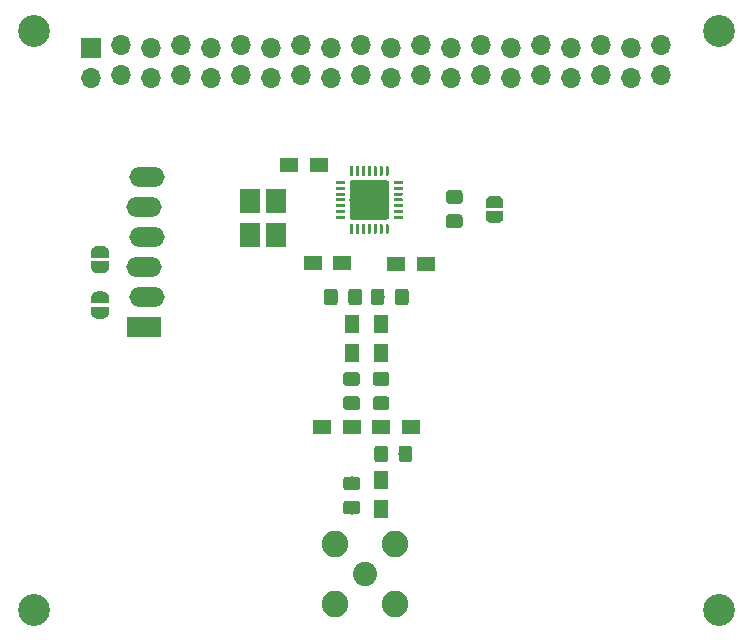
<source format=gts>
G04 #@! TF.GenerationSoftware,KiCad,Pcbnew,(5.1.0)-1*
G04 #@! TF.CreationDate,2019-06-07T11:38:14-04:00*
G04 #@! TF.ProjectId,PiHat_AX5043_JZK,50694861-745f-4415-9835-3034335f4a5a,rev?*
G04 #@! TF.SameCoordinates,Original*
G04 #@! TF.FileFunction,Soldermask,Top*
G04 #@! TF.FilePolarity,Negative*
%FSLAX46Y46*%
G04 Gerber Fmt 4.6, Leading zero omitted, Abs format (unit mm)*
G04 Created by KiCad (PCBNEW (5.1.0)-1) date 2019-06-07 11:38:14*
%MOMM*%
%LPD*%
G04 APERTURE LIST*
%ADD10C,2.700000*%
%ADD11R,1.500000X1.250000*%
%ADD12R,1.250000X1.500000*%
%ADD13O,3.000000X1.700000*%
%ADD14R,3.000000X1.700000*%
%ADD15C,2.250000*%
%ADD16C,2.050000*%
%ADD17C,0.500000*%
%ADD18C,0.150000*%
%ADD19C,1.150000*%
%ADD20O,1.700000X1.700000*%
%ADD21R,1.700000X1.700000*%
%ADD22C,3.350000*%
%ADD23C,0.250000*%
%ADD24R,1.725000X2.100000*%
G04 APERTURE END LIST*
D10*
X261500000Y-146500000D03*
X203500000Y-146500000D03*
X261500000Y-97500000D03*
X203500000Y-97500000D03*
D11*
X227600000Y-108800000D03*
X225100000Y-108800000D03*
X229600000Y-117100000D03*
X227100000Y-117100000D03*
X236700000Y-117200000D03*
X234200000Y-117200000D03*
D12*
X230400000Y-124800000D03*
X230400000Y-122300000D03*
X232900000Y-124800000D03*
X232900000Y-122300000D03*
D11*
X227900000Y-131000000D03*
X230400000Y-131000000D03*
X235400000Y-131000000D03*
X232900000Y-131000000D03*
D12*
X232900000Y-135500000D03*
X232900000Y-138000000D03*
D13*
X212800000Y-117480000D03*
X213054000Y-109860000D03*
X213054000Y-114940000D03*
X212800000Y-112400000D03*
D14*
X212800000Y-122560000D03*
D13*
X213054000Y-120020000D03*
D15*
X229000000Y-145980000D03*
X229000000Y-140900000D03*
X234080000Y-140900000D03*
X234080000Y-145980000D03*
D16*
X231540000Y-143440000D03*
D17*
X242500000Y-111950000D03*
D18*
G36*
X241750000Y-112450000D02*
G01*
X241750000Y-111950000D01*
X241750602Y-111950000D01*
X241750602Y-111925466D01*
X241755412Y-111876635D01*
X241764984Y-111828510D01*
X241779228Y-111781555D01*
X241798005Y-111736222D01*
X241821136Y-111692949D01*
X241848396Y-111652150D01*
X241879524Y-111614221D01*
X241914221Y-111579524D01*
X241952150Y-111548396D01*
X241992949Y-111521136D01*
X242036222Y-111498005D01*
X242081555Y-111479228D01*
X242128510Y-111464984D01*
X242176635Y-111455412D01*
X242225466Y-111450602D01*
X242250000Y-111450602D01*
X242250000Y-111450000D01*
X242750000Y-111450000D01*
X242750000Y-111450602D01*
X242774534Y-111450602D01*
X242823365Y-111455412D01*
X242871490Y-111464984D01*
X242918445Y-111479228D01*
X242963778Y-111498005D01*
X243007051Y-111521136D01*
X243047850Y-111548396D01*
X243085779Y-111579524D01*
X243120476Y-111614221D01*
X243151604Y-111652150D01*
X243178864Y-111692949D01*
X243201995Y-111736222D01*
X243220772Y-111781555D01*
X243235016Y-111828510D01*
X243244588Y-111876635D01*
X243249398Y-111925466D01*
X243249398Y-111950000D01*
X243250000Y-111950000D01*
X243250000Y-112450000D01*
X241750000Y-112450000D01*
X241750000Y-112450000D01*
G37*
D17*
X242500000Y-113250000D03*
D18*
G36*
X243249398Y-113250000D02*
G01*
X243249398Y-113274534D01*
X243244588Y-113323365D01*
X243235016Y-113371490D01*
X243220772Y-113418445D01*
X243201995Y-113463778D01*
X243178864Y-113507051D01*
X243151604Y-113547850D01*
X243120476Y-113585779D01*
X243085779Y-113620476D01*
X243047850Y-113651604D01*
X243007051Y-113678864D01*
X242963778Y-113701995D01*
X242918445Y-113720772D01*
X242871490Y-113735016D01*
X242823365Y-113744588D01*
X242774534Y-113749398D01*
X242750000Y-113749398D01*
X242750000Y-113750000D01*
X242250000Y-113750000D01*
X242250000Y-113749398D01*
X242225466Y-113749398D01*
X242176635Y-113744588D01*
X242128510Y-113735016D01*
X242081555Y-113720772D01*
X242036222Y-113701995D01*
X241992949Y-113678864D01*
X241952150Y-113651604D01*
X241914221Y-113620476D01*
X241879524Y-113585779D01*
X241848396Y-113547850D01*
X241821136Y-113507051D01*
X241798005Y-113463778D01*
X241779228Y-113418445D01*
X241764984Y-113371490D01*
X241755412Y-113323365D01*
X241750602Y-113274534D01*
X241750602Y-113250000D01*
X241750000Y-113250000D01*
X241750000Y-112750000D01*
X243250000Y-112750000D01*
X243250000Y-113250000D01*
X243249398Y-113250000D01*
X243249398Y-113250000D01*
G37*
D17*
X209100000Y-117500000D03*
D18*
G36*
X209850000Y-117000000D02*
G01*
X209850000Y-117500000D01*
X209849398Y-117500000D01*
X209849398Y-117524534D01*
X209844588Y-117573365D01*
X209835016Y-117621490D01*
X209820772Y-117668445D01*
X209801995Y-117713778D01*
X209778864Y-117757051D01*
X209751604Y-117797850D01*
X209720476Y-117835779D01*
X209685779Y-117870476D01*
X209647850Y-117901604D01*
X209607051Y-117928864D01*
X209563778Y-117951995D01*
X209518445Y-117970772D01*
X209471490Y-117985016D01*
X209423365Y-117994588D01*
X209374534Y-117999398D01*
X209350000Y-117999398D01*
X209350000Y-118000000D01*
X208850000Y-118000000D01*
X208850000Y-117999398D01*
X208825466Y-117999398D01*
X208776635Y-117994588D01*
X208728510Y-117985016D01*
X208681555Y-117970772D01*
X208636222Y-117951995D01*
X208592949Y-117928864D01*
X208552150Y-117901604D01*
X208514221Y-117870476D01*
X208479524Y-117835779D01*
X208448396Y-117797850D01*
X208421136Y-117757051D01*
X208398005Y-117713778D01*
X208379228Y-117668445D01*
X208364984Y-117621490D01*
X208355412Y-117573365D01*
X208350602Y-117524534D01*
X208350602Y-117500000D01*
X208350000Y-117500000D01*
X208350000Y-117000000D01*
X209850000Y-117000000D01*
X209850000Y-117000000D01*
G37*
D17*
X209100000Y-116200000D03*
D18*
G36*
X208350602Y-116200000D02*
G01*
X208350602Y-116175466D01*
X208355412Y-116126635D01*
X208364984Y-116078510D01*
X208379228Y-116031555D01*
X208398005Y-115986222D01*
X208421136Y-115942949D01*
X208448396Y-115902150D01*
X208479524Y-115864221D01*
X208514221Y-115829524D01*
X208552150Y-115798396D01*
X208592949Y-115771136D01*
X208636222Y-115748005D01*
X208681555Y-115729228D01*
X208728510Y-115714984D01*
X208776635Y-115705412D01*
X208825466Y-115700602D01*
X208850000Y-115700602D01*
X208850000Y-115700000D01*
X209350000Y-115700000D01*
X209350000Y-115700602D01*
X209374534Y-115700602D01*
X209423365Y-115705412D01*
X209471490Y-115714984D01*
X209518445Y-115729228D01*
X209563778Y-115748005D01*
X209607051Y-115771136D01*
X209647850Y-115798396D01*
X209685779Y-115829524D01*
X209720476Y-115864221D01*
X209751604Y-115902150D01*
X209778864Y-115942949D01*
X209801995Y-115986222D01*
X209820772Y-116031555D01*
X209835016Y-116078510D01*
X209844588Y-116126635D01*
X209849398Y-116175466D01*
X209849398Y-116200000D01*
X209850000Y-116200000D01*
X209850000Y-116700000D01*
X208350000Y-116700000D01*
X208350000Y-116200000D01*
X208350602Y-116200000D01*
X208350602Y-116200000D01*
G37*
D17*
X209100000Y-121350000D03*
D18*
G36*
X209849398Y-121350000D02*
G01*
X209849398Y-121374534D01*
X209844588Y-121423365D01*
X209835016Y-121471490D01*
X209820772Y-121518445D01*
X209801995Y-121563778D01*
X209778864Y-121607051D01*
X209751604Y-121647850D01*
X209720476Y-121685779D01*
X209685779Y-121720476D01*
X209647850Y-121751604D01*
X209607051Y-121778864D01*
X209563778Y-121801995D01*
X209518445Y-121820772D01*
X209471490Y-121835016D01*
X209423365Y-121844588D01*
X209374534Y-121849398D01*
X209350000Y-121849398D01*
X209350000Y-121850000D01*
X208850000Y-121850000D01*
X208850000Y-121849398D01*
X208825466Y-121849398D01*
X208776635Y-121844588D01*
X208728510Y-121835016D01*
X208681555Y-121820772D01*
X208636222Y-121801995D01*
X208592949Y-121778864D01*
X208552150Y-121751604D01*
X208514221Y-121720476D01*
X208479524Y-121685779D01*
X208448396Y-121647850D01*
X208421136Y-121607051D01*
X208398005Y-121563778D01*
X208379228Y-121518445D01*
X208364984Y-121471490D01*
X208355412Y-121423365D01*
X208350602Y-121374534D01*
X208350602Y-121350000D01*
X208350000Y-121350000D01*
X208350000Y-120850000D01*
X209850000Y-120850000D01*
X209850000Y-121350000D01*
X209849398Y-121350000D01*
X209849398Y-121350000D01*
G37*
D17*
X209100000Y-120050000D03*
D18*
G36*
X208350000Y-120550000D02*
G01*
X208350000Y-120050000D01*
X208350602Y-120050000D01*
X208350602Y-120025466D01*
X208355412Y-119976635D01*
X208364984Y-119928510D01*
X208379228Y-119881555D01*
X208398005Y-119836222D01*
X208421136Y-119792949D01*
X208448396Y-119752150D01*
X208479524Y-119714221D01*
X208514221Y-119679524D01*
X208552150Y-119648396D01*
X208592949Y-119621136D01*
X208636222Y-119598005D01*
X208681555Y-119579228D01*
X208728510Y-119564984D01*
X208776635Y-119555412D01*
X208825466Y-119550602D01*
X208850000Y-119550602D01*
X208850000Y-119550000D01*
X209350000Y-119550000D01*
X209350000Y-119550602D01*
X209374534Y-119550602D01*
X209423365Y-119555412D01*
X209471490Y-119564984D01*
X209518445Y-119579228D01*
X209563778Y-119598005D01*
X209607051Y-119621136D01*
X209647850Y-119648396D01*
X209685779Y-119679524D01*
X209720476Y-119714221D01*
X209751604Y-119752150D01*
X209778864Y-119792949D01*
X209801995Y-119836222D01*
X209820772Y-119881555D01*
X209835016Y-119928510D01*
X209844588Y-119976635D01*
X209849398Y-120025466D01*
X209849398Y-120050000D01*
X209850000Y-120050000D01*
X209850000Y-120550000D01*
X208350000Y-120550000D01*
X208350000Y-120550000D01*
G37*
G36*
X239574505Y-113026204D02*
G01*
X239598773Y-113029804D01*
X239622572Y-113035765D01*
X239645671Y-113044030D01*
X239667850Y-113054520D01*
X239688893Y-113067132D01*
X239708599Y-113081747D01*
X239726777Y-113098223D01*
X239743253Y-113116401D01*
X239757868Y-113136107D01*
X239770480Y-113157150D01*
X239780970Y-113179329D01*
X239789235Y-113202428D01*
X239795196Y-113226227D01*
X239798796Y-113250495D01*
X239800000Y-113274999D01*
X239800000Y-113925001D01*
X239798796Y-113949505D01*
X239795196Y-113973773D01*
X239789235Y-113997572D01*
X239780970Y-114020671D01*
X239770480Y-114042850D01*
X239757868Y-114063893D01*
X239743253Y-114083599D01*
X239726777Y-114101777D01*
X239708599Y-114118253D01*
X239688893Y-114132868D01*
X239667850Y-114145480D01*
X239645671Y-114155970D01*
X239622572Y-114164235D01*
X239598773Y-114170196D01*
X239574505Y-114173796D01*
X239550001Y-114175000D01*
X238649999Y-114175000D01*
X238625495Y-114173796D01*
X238601227Y-114170196D01*
X238577428Y-114164235D01*
X238554329Y-114155970D01*
X238532150Y-114145480D01*
X238511107Y-114132868D01*
X238491401Y-114118253D01*
X238473223Y-114101777D01*
X238456747Y-114083599D01*
X238442132Y-114063893D01*
X238429520Y-114042850D01*
X238419030Y-114020671D01*
X238410765Y-113997572D01*
X238404804Y-113973773D01*
X238401204Y-113949505D01*
X238400000Y-113925001D01*
X238400000Y-113274999D01*
X238401204Y-113250495D01*
X238404804Y-113226227D01*
X238410765Y-113202428D01*
X238419030Y-113179329D01*
X238429520Y-113157150D01*
X238442132Y-113136107D01*
X238456747Y-113116401D01*
X238473223Y-113098223D01*
X238491401Y-113081747D01*
X238511107Y-113067132D01*
X238532150Y-113054520D01*
X238554329Y-113044030D01*
X238577428Y-113035765D01*
X238601227Y-113029804D01*
X238625495Y-113026204D01*
X238649999Y-113025000D01*
X239550001Y-113025000D01*
X239574505Y-113026204D01*
X239574505Y-113026204D01*
G37*
D19*
X239100000Y-113600000D03*
D18*
G36*
X239574505Y-110976204D02*
G01*
X239598773Y-110979804D01*
X239622572Y-110985765D01*
X239645671Y-110994030D01*
X239667850Y-111004520D01*
X239688893Y-111017132D01*
X239708599Y-111031747D01*
X239726777Y-111048223D01*
X239743253Y-111066401D01*
X239757868Y-111086107D01*
X239770480Y-111107150D01*
X239780970Y-111129329D01*
X239789235Y-111152428D01*
X239795196Y-111176227D01*
X239798796Y-111200495D01*
X239800000Y-111224999D01*
X239800000Y-111875001D01*
X239798796Y-111899505D01*
X239795196Y-111923773D01*
X239789235Y-111947572D01*
X239780970Y-111970671D01*
X239770480Y-111992850D01*
X239757868Y-112013893D01*
X239743253Y-112033599D01*
X239726777Y-112051777D01*
X239708599Y-112068253D01*
X239688893Y-112082868D01*
X239667850Y-112095480D01*
X239645671Y-112105970D01*
X239622572Y-112114235D01*
X239598773Y-112120196D01*
X239574505Y-112123796D01*
X239550001Y-112125000D01*
X238649999Y-112125000D01*
X238625495Y-112123796D01*
X238601227Y-112120196D01*
X238577428Y-112114235D01*
X238554329Y-112105970D01*
X238532150Y-112095480D01*
X238511107Y-112082868D01*
X238491401Y-112068253D01*
X238473223Y-112051777D01*
X238456747Y-112033599D01*
X238442132Y-112013893D01*
X238429520Y-111992850D01*
X238419030Y-111970671D01*
X238410765Y-111947572D01*
X238404804Y-111923773D01*
X238401204Y-111899505D01*
X238400000Y-111875001D01*
X238400000Y-111224999D01*
X238401204Y-111200495D01*
X238404804Y-111176227D01*
X238410765Y-111152428D01*
X238419030Y-111129329D01*
X238429520Y-111107150D01*
X238442132Y-111086107D01*
X238456747Y-111066401D01*
X238473223Y-111048223D01*
X238491401Y-111031747D01*
X238511107Y-111017132D01*
X238532150Y-111004520D01*
X238554329Y-110994030D01*
X238577428Y-110985765D01*
X238601227Y-110979804D01*
X238625495Y-110976204D01*
X238649999Y-110975000D01*
X239550001Y-110975000D01*
X239574505Y-110976204D01*
X239574505Y-110976204D01*
G37*
D19*
X239100000Y-111550000D03*
D18*
G36*
X228999505Y-119301204D02*
G01*
X229023773Y-119304804D01*
X229047572Y-119310765D01*
X229070671Y-119319030D01*
X229092850Y-119329520D01*
X229113893Y-119342132D01*
X229133599Y-119356747D01*
X229151777Y-119373223D01*
X229168253Y-119391401D01*
X229182868Y-119411107D01*
X229195480Y-119432150D01*
X229205970Y-119454329D01*
X229214235Y-119477428D01*
X229220196Y-119501227D01*
X229223796Y-119525495D01*
X229225000Y-119549999D01*
X229225000Y-120450001D01*
X229223796Y-120474505D01*
X229220196Y-120498773D01*
X229214235Y-120522572D01*
X229205970Y-120545671D01*
X229195480Y-120567850D01*
X229182868Y-120588893D01*
X229168253Y-120608599D01*
X229151777Y-120626777D01*
X229133599Y-120643253D01*
X229113893Y-120657868D01*
X229092850Y-120670480D01*
X229070671Y-120680970D01*
X229047572Y-120689235D01*
X229023773Y-120695196D01*
X228999505Y-120698796D01*
X228975001Y-120700000D01*
X228324999Y-120700000D01*
X228300495Y-120698796D01*
X228276227Y-120695196D01*
X228252428Y-120689235D01*
X228229329Y-120680970D01*
X228207150Y-120670480D01*
X228186107Y-120657868D01*
X228166401Y-120643253D01*
X228148223Y-120626777D01*
X228131747Y-120608599D01*
X228117132Y-120588893D01*
X228104520Y-120567850D01*
X228094030Y-120545671D01*
X228085765Y-120522572D01*
X228079804Y-120498773D01*
X228076204Y-120474505D01*
X228075000Y-120450001D01*
X228075000Y-119549999D01*
X228076204Y-119525495D01*
X228079804Y-119501227D01*
X228085765Y-119477428D01*
X228094030Y-119454329D01*
X228104520Y-119432150D01*
X228117132Y-119411107D01*
X228131747Y-119391401D01*
X228148223Y-119373223D01*
X228166401Y-119356747D01*
X228186107Y-119342132D01*
X228207150Y-119329520D01*
X228229329Y-119319030D01*
X228252428Y-119310765D01*
X228276227Y-119304804D01*
X228300495Y-119301204D01*
X228324999Y-119300000D01*
X228975001Y-119300000D01*
X228999505Y-119301204D01*
X228999505Y-119301204D01*
G37*
D19*
X228650000Y-120000000D03*
D18*
G36*
X231049505Y-119301204D02*
G01*
X231073773Y-119304804D01*
X231097572Y-119310765D01*
X231120671Y-119319030D01*
X231142850Y-119329520D01*
X231163893Y-119342132D01*
X231183599Y-119356747D01*
X231201777Y-119373223D01*
X231218253Y-119391401D01*
X231232868Y-119411107D01*
X231245480Y-119432150D01*
X231255970Y-119454329D01*
X231264235Y-119477428D01*
X231270196Y-119501227D01*
X231273796Y-119525495D01*
X231275000Y-119549999D01*
X231275000Y-120450001D01*
X231273796Y-120474505D01*
X231270196Y-120498773D01*
X231264235Y-120522572D01*
X231255970Y-120545671D01*
X231245480Y-120567850D01*
X231232868Y-120588893D01*
X231218253Y-120608599D01*
X231201777Y-120626777D01*
X231183599Y-120643253D01*
X231163893Y-120657868D01*
X231142850Y-120670480D01*
X231120671Y-120680970D01*
X231097572Y-120689235D01*
X231073773Y-120695196D01*
X231049505Y-120698796D01*
X231025001Y-120700000D01*
X230374999Y-120700000D01*
X230350495Y-120698796D01*
X230326227Y-120695196D01*
X230302428Y-120689235D01*
X230279329Y-120680970D01*
X230257150Y-120670480D01*
X230236107Y-120657868D01*
X230216401Y-120643253D01*
X230198223Y-120626777D01*
X230181747Y-120608599D01*
X230167132Y-120588893D01*
X230154520Y-120567850D01*
X230144030Y-120545671D01*
X230135765Y-120522572D01*
X230129804Y-120498773D01*
X230126204Y-120474505D01*
X230125000Y-120450001D01*
X230125000Y-119549999D01*
X230126204Y-119525495D01*
X230129804Y-119501227D01*
X230135765Y-119477428D01*
X230144030Y-119454329D01*
X230154520Y-119432150D01*
X230167132Y-119411107D01*
X230181747Y-119391401D01*
X230198223Y-119373223D01*
X230216401Y-119356747D01*
X230236107Y-119342132D01*
X230257150Y-119329520D01*
X230279329Y-119319030D01*
X230302428Y-119310765D01*
X230326227Y-119304804D01*
X230350495Y-119301204D01*
X230374999Y-119300000D01*
X231025001Y-119300000D01*
X231049505Y-119301204D01*
X231049505Y-119301204D01*
G37*
D19*
X230700000Y-120000000D03*
D18*
G36*
X234999505Y-119301204D02*
G01*
X235023773Y-119304804D01*
X235047572Y-119310765D01*
X235070671Y-119319030D01*
X235092850Y-119329520D01*
X235113893Y-119342132D01*
X235133599Y-119356747D01*
X235151777Y-119373223D01*
X235168253Y-119391401D01*
X235182868Y-119411107D01*
X235195480Y-119432150D01*
X235205970Y-119454329D01*
X235214235Y-119477428D01*
X235220196Y-119501227D01*
X235223796Y-119525495D01*
X235225000Y-119549999D01*
X235225000Y-120450001D01*
X235223796Y-120474505D01*
X235220196Y-120498773D01*
X235214235Y-120522572D01*
X235205970Y-120545671D01*
X235195480Y-120567850D01*
X235182868Y-120588893D01*
X235168253Y-120608599D01*
X235151777Y-120626777D01*
X235133599Y-120643253D01*
X235113893Y-120657868D01*
X235092850Y-120670480D01*
X235070671Y-120680970D01*
X235047572Y-120689235D01*
X235023773Y-120695196D01*
X234999505Y-120698796D01*
X234975001Y-120700000D01*
X234324999Y-120700000D01*
X234300495Y-120698796D01*
X234276227Y-120695196D01*
X234252428Y-120689235D01*
X234229329Y-120680970D01*
X234207150Y-120670480D01*
X234186107Y-120657868D01*
X234166401Y-120643253D01*
X234148223Y-120626777D01*
X234131747Y-120608599D01*
X234117132Y-120588893D01*
X234104520Y-120567850D01*
X234094030Y-120545671D01*
X234085765Y-120522572D01*
X234079804Y-120498773D01*
X234076204Y-120474505D01*
X234075000Y-120450001D01*
X234075000Y-119549999D01*
X234076204Y-119525495D01*
X234079804Y-119501227D01*
X234085765Y-119477428D01*
X234094030Y-119454329D01*
X234104520Y-119432150D01*
X234117132Y-119411107D01*
X234131747Y-119391401D01*
X234148223Y-119373223D01*
X234166401Y-119356747D01*
X234186107Y-119342132D01*
X234207150Y-119329520D01*
X234229329Y-119319030D01*
X234252428Y-119310765D01*
X234276227Y-119304804D01*
X234300495Y-119301204D01*
X234324999Y-119300000D01*
X234975001Y-119300000D01*
X234999505Y-119301204D01*
X234999505Y-119301204D01*
G37*
D19*
X234650000Y-120000000D03*
D18*
G36*
X232949505Y-119301204D02*
G01*
X232973773Y-119304804D01*
X232997572Y-119310765D01*
X233020671Y-119319030D01*
X233042850Y-119329520D01*
X233063893Y-119342132D01*
X233083599Y-119356747D01*
X233101777Y-119373223D01*
X233118253Y-119391401D01*
X233132868Y-119411107D01*
X233145480Y-119432150D01*
X233155970Y-119454329D01*
X233164235Y-119477428D01*
X233170196Y-119501227D01*
X233173796Y-119525495D01*
X233175000Y-119549999D01*
X233175000Y-120450001D01*
X233173796Y-120474505D01*
X233170196Y-120498773D01*
X233164235Y-120522572D01*
X233155970Y-120545671D01*
X233145480Y-120567850D01*
X233132868Y-120588893D01*
X233118253Y-120608599D01*
X233101777Y-120626777D01*
X233083599Y-120643253D01*
X233063893Y-120657868D01*
X233042850Y-120670480D01*
X233020671Y-120680970D01*
X232997572Y-120689235D01*
X232973773Y-120695196D01*
X232949505Y-120698796D01*
X232925001Y-120700000D01*
X232274999Y-120700000D01*
X232250495Y-120698796D01*
X232226227Y-120695196D01*
X232202428Y-120689235D01*
X232179329Y-120680970D01*
X232157150Y-120670480D01*
X232136107Y-120657868D01*
X232116401Y-120643253D01*
X232098223Y-120626777D01*
X232081747Y-120608599D01*
X232067132Y-120588893D01*
X232054520Y-120567850D01*
X232044030Y-120545671D01*
X232035765Y-120522572D01*
X232029804Y-120498773D01*
X232026204Y-120474505D01*
X232025000Y-120450001D01*
X232025000Y-119549999D01*
X232026204Y-119525495D01*
X232029804Y-119501227D01*
X232035765Y-119477428D01*
X232044030Y-119454329D01*
X232054520Y-119432150D01*
X232067132Y-119411107D01*
X232081747Y-119391401D01*
X232098223Y-119373223D01*
X232116401Y-119356747D01*
X232136107Y-119342132D01*
X232157150Y-119329520D01*
X232179329Y-119319030D01*
X232202428Y-119310765D01*
X232226227Y-119304804D01*
X232250495Y-119301204D01*
X232274999Y-119300000D01*
X232925001Y-119300000D01*
X232949505Y-119301204D01*
X232949505Y-119301204D01*
G37*
D19*
X232600000Y-120000000D03*
D18*
G36*
X230874505Y-126376204D02*
G01*
X230898773Y-126379804D01*
X230922572Y-126385765D01*
X230945671Y-126394030D01*
X230967850Y-126404520D01*
X230988893Y-126417132D01*
X231008599Y-126431747D01*
X231026777Y-126448223D01*
X231043253Y-126466401D01*
X231057868Y-126486107D01*
X231070480Y-126507150D01*
X231080970Y-126529329D01*
X231089235Y-126552428D01*
X231095196Y-126576227D01*
X231098796Y-126600495D01*
X231100000Y-126624999D01*
X231100000Y-127275001D01*
X231098796Y-127299505D01*
X231095196Y-127323773D01*
X231089235Y-127347572D01*
X231080970Y-127370671D01*
X231070480Y-127392850D01*
X231057868Y-127413893D01*
X231043253Y-127433599D01*
X231026777Y-127451777D01*
X231008599Y-127468253D01*
X230988893Y-127482868D01*
X230967850Y-127495480D01*
X230945671Y-127505970D01*
X230922572Y-127514235D01*
X230898773Y-127520196D01*
X230874505Y-127523796D01*
X230850001Y-127525000D01*
X229949999Y-127525000D01*
X229925495Y-127523796D01*
X229901227Y-127520196D01*
X229877428Y-127514235D01*
X229854329Y-127505970D01*
X229832150Y-127495480D01*
X229811107Y-127482868D01*
X229791401Y-127468253D01*
X229773223Y-127451777D01*
X229756747Y-127433599D01*
X229742132Y-127413893D01*
X229729520Y-127392850D01*
X229719030Y-127370671D01*
X229710765Y-127347572D01*
X229704804Y-127323773D01*
X229701204Y-127299505D01*
X229700000Y-127275001D01*
X229700000Y-126624999D01*
X229701204Y-126600495D01*
X229704804Y-126576227D01*
X229710765Y-126552428D01*
X229719030Y-126529329D01*
X229729520Y-126507150D01*
X229742132Y-126486107D01*
X229756747Y-126466401D01*
X229773223Y-126448223D01*
X229791401Y-126431747D01*
X229811107Y-126417132D01*
X229832150Y-126404520D01*
X229854329Y-126394030D01*
X229877428Y-126385765D01*
X229901227Y-126379804D01*
X229925495Y-126376204D01*
X229949999Y-126375000D01*
X230850001Y-126375000D01*
X230874505Y-126376204D01*
X230874505Y-126376204D01*
G37*
D19*
X230400000Y-126950000D03*
D18*
G36*
X230874505Y-128426204D02*
G01*
X230898773Y-128429804D01*
X230922572Y-128435765D01*
X230945671Y-128444030D01*
X230967850Y-128454520D01*
X230988893Y-128467132D01*
X231008599Y-128481747D01*
X231026777Y-128498223D01*
X231043253Y-128516401D01*
X231057868Y-128536107D01*
X231070480Y-128557150D01*
X231080970Y-128579329D01*
X231089235Y-128602428D01*
X231095196Y-128626227D01*
X231098796Y-128650495D01*
X231100000Y-128674999D01*
X231100000Y-129325001D01*
X231098796Y-129349505D01*
X231095196Y-129373773D01*
X231089235Y-129397572D01*
X231080970Y-129420671D01*
X231070480Y-129442850D01*
X231057868Y-129463893D01*
X231043253Y-129483599D01*
X231026777Y-129501777D01*
X231008599Y-129518253D01*
X230988893Y-129532868D01*
X230967850Y-129545480D01*
X230945671Y-129555970D01*
X230922572Y-129564235D01*
X230898773Y-129570196D01*
X230874505Y-129573796D01*
X230850001Y-129575000D01*
X229949999Y-129575000D01*
X229925495Y-129573796D01*
X229901227Y-129570196D01*
X229877428Y-129564235D01*
X229854329Y-129555970D01*
X229832150Y-129545480D01*
X229811107Y-129532868D01*
X229791401Y-129518253D01*
X229773223Y-129501777D01*
X229756747Y-129483599D01*
X229742132Y-129463893D01*
X229729520Y-129442850D01*
X229719030Y-129420671D01*
X229710765Y-129397572D01*
X229704804Y-129373773D01*
X229701204Y-129349505D01*
X229700000Y-129325001D01*
X229700000Y-128674999D01*
X229701204Y-128650495D01*
X229704804Y-128626227D01*
X229710765Y-128602428D01*
X229719030Y-128579329D01*
X229729520Y-128557150D01*
X229742132Y-128536107D01*
X229756747Y-128516401D01*
X229773223Y-128498223D01*
X229791401Y-128481747D01*
X229811107Y-128467132D01*
X229832150Y-128454520D01*
X229854329Y-128444030D01*
X229877428Y-128435765D01*
X229901227Y-128429804D01*
X229925495Y-128426204D01*
X229949999Y-128425000D01*
X230850001Y-128425000D01*
X230874505Y-128426204D01*
X230874505Y-128426204D01*
G37*
D19*
X230400000Y-129000000D03*
D18*
G36*
X233374505Y-128426204D02*
G01*
X233398773Y-128429804D01*
X233422572Y-128435765D01*
X233445671Y-128444030D01*
X233467850Y-128454520D01*
X233488893Y-128467132D01*
X233508599Y-128481747D01*
X233526777Y-128498223D01*
X233543253Y-128516401D01*
X233557868Y-128536107D01*
X233570480Y-128557150D01*
X233580970Y-128579329D01*
X233589235Y-128602428D01*
X233595196Y-128626227D01*
X233598796Y-128650495D01*
X233600000Y-128674999D01*
X233600000Y-129325001D01*
X233598796Y-129349505D01*
X233595196Y-129373773D01*
X233589235Y-129397572D01*
X233580970Y-129420671D01*
X233570480Y-129442850D01*
X233557868Y-129463893D01*
X233543253Y-129483599D01*
X233526777Y-129501777D01*
X233508599Y-129518253D01*
X233488893Y-129532868D01*
X233467850Y-129545480D01*
X233445671Y-129555970D01*
X233422572Y-129564235D01*
X233398773Y-129570196D01*
X233374505Y-129573796D01*
X233350001Y-129575000D01*
X232449999Y-129575000D01*
X232425495Y-129573796D01*
X232401227Y-129570196D01*
X232377428Y-129564235D01*
X232354329Y-129555970D01*
X232332150Y-129545480D01*
X232311107Y-129532868D01*
X232291401Y-129518253D01*
X232273223Y-129501777D01*
X232256747Y-129483599D01*
X232242132Y-129463893D01*
X232229520Y-129442850D01*
X232219030Y-129420671D01*
X232210765Y-129397572D01*
X232204804Y-129373773D01*
X232201204Y-129349505D01*
X232200000Y-129325001D01*
X232200000Y-128674999D01*
X232201204Y-128650495D01*
X232204804Y-128626227D01*
X232210765Y-128602428D01*
X232219030Y-128579329D01*
X232229520Y-128557150D01*
X232242132Y-128536107D01*
X232256747Y-128516401D01*
X232273223Y-128498223D01*
X232291401Y-128481747D01*
X232311107Y-128467132D01*
X232332150Y-128454520D01*
X232354329Y-128444030D01*
X232377428Y-128435765D01*
X232401227Y-128429804D01*
X232425495Y-128426204D01*
X232449999Y-128425000D01*
X233350001Y-128425000D01*
X233374505Y-128426204D01*
X233374505Y-128426204D01*
G37*
D19*
X232900000Y-129000000D03*
D18*
G36*
X233374505Y-126376204D02*
G01*
X233398773Y-126379804D01*
X233422572Y-126385765D01*
X233445671Y-126394030D01*
X233467850Y-126404520D01*
X233488893Y-126417132D01*
X233508599Y-126431747D01*
X233526777Y-126448223D01*
X233543253Y-126466401D01*
X233557868Y-126486107D01*
X233570480Y-126507150D01*
X233580970Y-126529329D01*
X233589235Y-126552428D01*
X233595196Y-126576227D01*
X233598796Y-126600495D01*
X233600000Y-126624999D01*
X233600000Y-127275001D01*
X233598796Y-127299505D01*
X233595196Y-127323773D01*
X233589235Y-127347572D01*
X233580970Y-127370671D01*
X233570480Y-127392850D01*
X233557868Y-127413893D01*
X233543253Y-127433599D01*
X233526777Y-127451777D01*
X233508599Y-127468253D01*
X233488893Y-127482868D01*
X233467850Y-127495480D01*
X233445671Y-127505970D01*
X233422572Y-127514235D01*
X233398773Y-127520196D01*
X233374505Y-127523796D01*
X233350001Y-127525000D01*
X232449999Y-127525000D01*
X232425495Y-127523796D01*
X232401227Y-127520196D01*
X232377428Y-127514235D01*
X232354329Y-127505970D01*
X232332150Y-127495480D01*
X232311107Y-127482868D01*
X232291401Y-127468253D01*
X232273223Y-127451777D01*
X232256747Y-127433599D01*
X232242132Y-127413893D01*
X232229520Y-127392850D01*
X232219030Y-127370671D01*
X232210765Y-127347572D01*
X232204804Y-127323773D01*
X232201204Y-127299505D01*
X232200000Y-127275001D01*
X232200000Y-126624999D01*
X232201204Y-126600495D01*
X232204804Y-126576227D01*
X232210765Y-126552428D01*
X232219030Y-126529329D01*
X232229520Y-126507150D01*
X232242132Y-126486107D01*
X232256747Y-126466401D01*
X232273223Y-126448223D01*
X232291401Y-126431747D01*
X232311107Y-126417132D01*
X232332150Y-126404520D01*
X232354329Y-126394030D01*
X232377428Y-126385765D01*
X232401227Y-126379804D01*
X232425495Y-126376204D01*
X232449999Y-126375000D01*
X233350001Y-126375000D01*
X233374505Y-126376204D01*
X233374505Y-126376204D01*
G37*
D19*
X232900000Y-126950000D03*
D18*
G36*
X230874505Y-137276204D02*
G01*
X230898773Y-137279804D01*
X230922572Y-137285765D01*
X230945671Y-137294030D01*
X230967850Y-137304520D01*
X230988893Y-137317132D01*
X231008599Y-137331747D01*
X231026777Y-137348223D01*
X231043253Y-137366401D01*
X231057868Y-137386107D01*
X231070480Y-137407150D01*
X231080970Y-137429329D01*
X231089235Y-137452428D01*
X231095196Y-137476227D01*
X231098796Y-137500495D01*
X231100000Y-137524999D01*
X231100000Y-138175001D01*
X231098796Y-138199505D01*
X231095196Y-138223773D01*
X231089235Y-138247572D01*
X231080970Y-138270671D01*
X231070480Y-138292850D01*
X231057868Y-138313893D01*
X231043253Y-138333599D01*
X231026777Y-138351777D01*
X231008599Y-138368253D01*
X230988893Y-138382868D01*
X230967850Y-138395480D01*
X230945671Y-138405970D01*
X230922572Y-138414235D01*
X230898773Y-138420196D01*
X230874505Y-138423796D01*
X230850001Y-138425000D01*
X229949999Y-138425000D01*
X229925495Y-138423796D01*
X229901227Y-138420196D01*
X229877428Y-138414235D01*
X229854329Y-138405970D01*
X229832150Y-138395480D01*
X229811107Y-138382868D01*
X229791401Y-138368253D01*
X229773223Y-138351777D01*
X229756747Y-138333599D01*
X229742132Y-138313893D01*
X229729520Y-138292850D01*
X229719030Y-138270671D01*
X229710765Y-138247572D01*
X229704804Y-138223773D01*
X229701204Y-138199505D01*
X229700000Y-138175001D01*
X229700000Y-137524999D01*
X229701204Y-137500495D01*
X229704804Y-137476227D01*
X229710765Y-137452428D01*
X229719030Y-137429329D01*
X229729520Y-137407150D01*
X229742132Y-137386107D01*
X229756747Y-137366401D01*
X229773223Y-137348223D01*
X229791401Y-137331747D01*
X229811107Y-137317132D01*
X229832150Y-137304520D01*
X229854329Y-137294030D01*
X229877428Y-137285765D01*
X229901227Y-137279804D01*
X229925495Y-137276204D01*
X229949999Y-137275000D01*
X230850001Y-137275000D01*
X230874505Y-137276204D01*
X230874505Y-137276204D01*
G37*
D19*
X230400000Y-137850000D03*
D18*
G36*
X230874505Y-135226204D02*
G01*
X230898773Y-135229804D01*
X230922572Y-135235765D01*
X230945671Y-135244030D01*
X230967850Y-135254520D01*
X230988893Y-135267132D01*
X231008599Y-135281747D01*
X231026777Y-135298223D01*
X231043253Y-135316401D01*
X231057868Y-135336107D01*
X231070480Y-135357150D01*
X231080970Y-135379329D01*
X231089235Y-135402428D01*
X231095196Y-135426227D01*
X231098796Y-135450495D01*
X231100000Y-135474999D01*
X231100000Y-136125001D01*
X231098796Y-136149505D01*
X231095196Y-136173773D01*
X231089235Y-136197572D01*
X231080970Y-136220671D01*
X231070480Y-136242850D01*
X231057868Y-136263893D01*
X231043253Y-136283599D01*
X231026777Y-136301777D01*
X231008599Y-136318253D01*
X230988893Y-136332868D01*
X230967850Y-136345480D01*
X230945671Y-136355970D01*
X230922572Y-136364235D01*
X230898773Y-136370196D01*
X230874505Y-136373796D01*
X230850001Y-136375000D01*
X229949999Y-136375000D01*
X229925495Y-136373796D01*
X229901227Y-136370196D01*
X229877428Y-136364235D01*
X229854329Y-136355970D01*
X229832150Y-136345480D01*
X229811107Y-136332868D01*
X229791401Y-136318253D01*
X229773223Y-136301777D01*
X229756747Y-136283599D01*
X229742132Y-136263893D01*
X229729520Y-136242850D01*
X229719030Y-136220671D01*
X229710765Y-136197572D01*
X229704804Y-136173773D01*
X229701204Y-136149505D01*
X229700000Y-136125001D01*
X229700000Y-135474999D01*
X229701204Y-135450495D01*
X229704804Y-135426227D01*
X229710765Y-135402428D01*
X229719030Y-135379329D01*
X229729520Y-135357150D01*
X229742132Y-135336107D01*
X229756747Y-135316401D01*
X229773223Y-135298223D01*
X229791401Y-135281747D01*
X229811107Y-135267132D01*
X229832150Y-135254520D01*
X229854329Y-135244030D01*
X229877428Y-135235765D01*
X229901227Y-135229804D01*
X229925495Y-135226204D01*
X229949999Y-135225000D01*
X230850001Y-135225000D01*
X230874505Y-135226204D01*
X230874505Y-135226204D01*
G37*
D19*
X230400000Y-135800000D03*
D18*
G36*
X233249505Y-132601204D02*
G01*
X233273773Y-132604804D01*
X233297572Y-132610765D01*
X233320671Y-132619030D01*
X233342850Y-132629520D01*
X233363893Y-132642132D01*
X233383599Y-132656747D01*
X233401777Y-132673223D01*
X233418253Y-132691401D01*
X233432868Y-132711107D01*
X233445480Y-132732150D01*
X233455970Y-132754329D01*
X233464235Y-132777428D01*
X233470196Y-132801227D01*
X233473796Y-132825495D01*
X233475000Y-132849999D01*
X233475000Y-133750001D01*
X233473796Y-133774505D01*
X233470196Y-133798773D01*
X233464235Y-133822572D01*
X233455970Y-133845671D01*
X233445480Y-133867850D01*
X233432868Y-133888893D01*
X233418253Y-133908599D01*
X233401777Y-133926777D01*
X233383599Y-133943253D01*
X233363893Y-133957868D01*
X233342850Y-133970480D01*
X233320671Y-133980970D01*
X233297572Y-133989235D01*
X233273773Y-133995196D01*
X233249505Y-133998796D01*
X233225001Y-134000000D01*
X232574999Y-134000000D01*
X232550495Y-133998796D01*
X232526227Y-133995196D01*
X232502428Y-133989235D01*
X232479329Y-133980970D01*
X232457150Y-133970480D01*
X232436107Y-133957868D01*
X232416401Y-133943253D01*
X232398223Y-133926777D01*
X232381747Y-133908599D01*
X232367132Y-133888893D01*
X232354520Y-133867850D01*
X232344030Y-133845671D01*
X232335765Y-133822572D01*
X232329804Y-133798773D01*
X232326204Y-133774505D01*
X232325000Y-133750001D01*
X232325000Y-132849999D01*
X232326204Y-132825495D01*
X232329804Y-132801227D01*
X232335765Y-132777428D01*
X232344030Y-132754329D01*
X232354520Y-132732150D01*
X232367132Y-132711107D01*
X232381747Y-132691401D01*
X232398223Y-132673223D01*
X232416401Y-132656747D01*
X232436107Y-132642132D01*
X232457150Y-132629520D01*
X232479329Y-132619030D01*
X232502428Y-132610765D01*
X232526227Y-132604804D01*
X232550495Y-132601204D01*
X232574999Y-132600000D01*
X233225001Y-132600000D01*
X233249505Y-132601204D01*
X233249505Y-132601204D01*
G37*
D19*
X232900000Y-133300000D03*
D18*
G36*
X235299505Y-132601204D02*
G01*
X235323773Y-132604804D01*
X235347572Y-132610765D01*
X235370671Y-132619030D01*
X235392850Y-132629520D01*
X235413893Y-132642132D01*
X235433599Y-132656747D01*
X235451777Y-132673223D01*
X235468253Y-132691401D01*
X235482868Y-132711107D01*
X235495480Y-132732150D01*
X235505970Y-132754329D01*
X235514235Y-132777428D01*
X235520196Y-132801227D01*
X235523796Y-132825495D01*
X235525000Y-132849999D01*
X235525000Y-133750001D01*
X235523796Y-133774505D01*
X235520196Y-133798773D01*
X235514235Y-133822572D01*
X235505970Y-133845671D01*
X235495480Y-133867850D01*
X235482868Y-133888893D01*
X235468253Y-133908599D01*
X235451777Y-133926777D01*
X235433599Y-133943253D01*
X235413893Y-133957868D01*
X235392850Y-133970480D01*
X235370671Y-133980970D01*
X235347572Y-133989235D01*
X235323773Y-133995196D01*
X235299505Y-133998796D01*
X235275001Y-134000000D01*
X234624999Y-134000000D01*
X234600495Y-133998796D01*
X234576227Y-133995196D01*
X234552428Y-133989235D01*
X234529329Y-133980970D01*
X234507150Y-133970480D01*
X234486107Y-133957868D01*
X234466401Y-133943253D01*
X234448223Y-133926777D01*
X234431747Y-133908599D01*
X234417132Y-133888893D01*
X234404520Y-133867850D01*
X234394030Y-133845671D01*
X234385765Y-133822572D01*
X234379804Y-133798773D01*
X234376204Y-133774505D01*
X234375000Y-133750001D01*
X234375000Y-132849999D01*
X234376204Y-132825495D01*
X234379804Y-132801227D01*
X234385765Y-132777428D01*
X234394030Y-132754329D01*
X234404520Y-132732150D01*
X234417132Y-132711107D01*
X234431747Y-132691401D01*
X234448223Y-132673223D01*
X234466401Y-132656747D01*
X234486107Y-132642132D01*
X234507150Y-132629520D01*
X234529329Y-132619030D01*
X234552428Y-132610765D01*
X234576227Y-132604804D01*
X234600495Y-132601204D01*
X234624999Y-132600000D01*
X235275001Y-132600000D01*
X235299505Y-132601204D01*
X235299505Y-132601204D01*
G37*
D19*
X234950000Y-133300000D03*
D20*
X256630000Y-101183000D03*
X256630000Y-98643000D03*
X210910000Y-98643000D03*
X246470000Y-98643000D03*
X221070000Y-98643000D03*
X226150000Y-101183000D03*
X231230000Y-101183000D03*
X218530000Y-98897000D03*
X251550000Y-101183000D03*
X246470000Y-101183000D03*
X231230000Y-98643000D03*
X236310000Y-98643000D03*
X238850000Y-101437000D03*
X208370000Y-101437000D03*
X241390000Y-98643000D03*
X243930000Y-98897000D03*
X254090000Y-101437000D03*
X254090000Y-98897000D03*
X233770000Y-101437000D03*
X251550000Y-98643000D03*
D21*
X208370000Y-98897000D03*
D20*
X223610000Y-101437000D03*
X249010000Y-98897000D03*
X213450000Y-98897000D03*
X218530000Y-101437000D03*
X210910000Y-101183000D03*
X223610000Y-98897000D03*
X236310000Y-101183000D03*
X226150000Y-98643000D03*
X249010000Y-101437000D03*
X238850000Y-98897000D03*
X243930000Y-101437000D03*
X228690000Y-98897000D03*
X233770000Y-98897000D03*
X215990000Y-98643000D03*
X228690000Y-101437000D03*
X241390000Y-101183000D03*
X213450000Y-101437000D03*
X221070000Y-101183000D03*
X215990000Y-101183000D03*
D18*
G36*
X233349504Y-110126204D02*
G01*
X233373773Y-110129804D01*
X233397571Y-110135765D01*
X233420671Y-110144030D01*
X233442849Y-110154520D01*
X233463893Y-110167133D01*
X233483598Y-110181747D01*
X233501777Y-110198223D01*
X233518253Y-110216402D01*
X233532867Y-110236107D01*
X233545480Y-110257151D01*
X233555970Y-110279329D01*
X233564235Y-110302429D01*
X233570196Y-110326227D01*
X233573796Y-110350496D01*
X233575000Y-110375000D01*
X233575000Y-113225000D01*
X233573796Y-113249504D01*
X233570196Y-113273773D01*
X233564235Y-113297571D01*
X233555970Y-113320671D01*
X233545480Y-113342849D01*
X233532867Y-113363893D01*
X233518253Y-113383598D01*
X233501777Y-113401777D01*
X233483598Y-113418253D01*
X233463893Y-113432867D01*
X233442849Y-113445480D01*
X233420671Y-113455970D01*
X233397571Y-113464235D01*
X233373773Y-113470196D01*
X233349504Y-113473796D01*
X233325000Y-113475000D01*
X230475000Y-113475000D01*
X230450496Y-113473796D01*
X230426227Y-113470196D01*
X230402429Y-113464235D01*
X230379329Y-113455970D01*
X230357151Y-113445480D01*
X230336107Y-113432867D01*
X230316402Y-113418253D01*
X230298223Y-113401777D01*
X230281747Y-113383598D01*
X230267133Y-113363893D01*
X230254520Y-113342849D01*
X230244030Y-113320671D01*
X230235765Y-113297571D01*
X230229804Y-113273773D01*
X230226204Y-113249504D01*
X230225000Y-113225000D01*
X230225000Y-110375000D01*
X230226204Y-110350496D01*
X230229804Y-110326227D01*
X230235765Y-110302429D01*
X230244030Y-110279329D01*
X230254520Y-110257151D01*
X230267133Y-110236107D01*
X230281747Y-110216402D01*
X230298223Y-110198223D01*
X230316402Y-110181747D01*
X230336107Y-110167133D01*
X230357151Y-110154520D01*
X230379329Y-110144030D01*
X230402429Y-110135765D01*
X230426227Y-110129804D01*
X230450496Y-110126204D01*
X230475000Y-110125000D01*
X233325000Y-110125000D01*
X233349504Y-110126204D01*
X233349504Y-110126204D01*
G37*
D22*
X231900000Y-111800000D03*
D18*
G36*
X230468626Y-113850301D02*
G01*
X230474693Y-113851201D01*
X230480643Y-113852691D01*
X230486418Y-113854758D01*
X230491962Y-113857380D01*
X230497223Y-113860533D01*
X230502150Y-113864187D01*
X230506694Y-113868306D01*
X230510813Y-113872850D01*
X230514467Y-113877777D01*
X230517620Y-113883038D01*
X230520242Y-113888582D01*
X230522309Y-113894357D01*
X230523799Y-113900307D01*
X230524699Y-113906374D01*
X230525000Y-113912500D01*
X230525000Y-114587500D01*
X230524699Y-114593626D01*
X230523799Y-114599693D01*
X230522309Y-114605643D01*
X230520242Y-114611418D01*
X230517620Y-114616962D01*
X230514467Y-114622223D01*
X230510813Y-114627150D01*
X230506694Y-114631694D01*
X230502150Y-114635813D01*
X230497223Y-114639467D01*
X230491962Y-114642620D01*
X230486418Y-114645242D01*
X230480643Y-114647309D01*
X230474693Y-114648799D01*
X230468626Y-114649699D01*
X230462500Y-114650000D01*
X230337500Y-114650000D01*
X230331374Y-114649699D01*
X230325307Y-114648799D01*
X230319357Y-114647309D01*
X230313582Y-114645242D01*
X230308038Y-114642620D01*
X230302777Y-114639467D01*
X230297850Y-114635813D01*
X230293306Y-114631694D01*
X230289187Y-114627150D01*
X230285533Y-114622223D01*
X230282380Y-114616962D01*
X230279758Y-114611418D01*
X230277691Y-114605643D01*
X230276201Y-114599693D01*
X230275301Y-114593626D01*
X230275000Y-114587500D01*
X230275000Y-113912500D01*
X230275301Y-113906374D01*
X230276201Y-113900307D01*
X230277691Y-113894357D01*
X230279758Y-113888582D01*
X230282380Y-113883038D01*
X230285533Y-113877777D01*
X230289187Y-113872850D01*
X230293306Y-113868306D01*
X230297850Y-113864187D01*
X230302777Y-113860533D01*
X230308038Y-113857380D01*
X230313582Y-113854758D01*
X230319357Y-113852691D01*
X230325307Y-113851201D01*
X230331374Y-113850301D01*
X230337500Y-113850000D01*
X230462500Y-113850000D01*
X230468626Y-113850301D01*
X230468626Y-113850301D01*
G37*
D23*
X230400000Y-114250000D03*
D18*
G36*
X230968626Y-113850301D02*
G01*
X230974693Y-113851201D01*
X230980643Y-113852691D01*
X230986418Y-113854758D01*
X230991962Y-113857380D01*
X230997223Y-113860533D01*
X231002150Y-113864187D01*
X231006694Y-113868306D01*
X231010813Y-113872850D01*
X231014467Y-113877777D01*
X231017620Y-113883038D01*
X231020242Y-113888582D01*
X231022309Y-113894357D01*
X231023799Y-113900307D01*
X231024699Y-113906374D01*
X231025000Y-113912500D01*
X231025000Y-114587500D01*
X231024699Y-114593626D01*
X231023799Y-114599693D01*
X231022309Y-114605643D01*
X231020242Y-114611418D01*
X231017620Y-114616962D01*
X231014467Y-114622223D01*
X231010813Y-114627150D01*
X231006694Y-114631694D01*
X231002150Y-114635813D01*
X230997223Y-114639467D01*
X230991962Y-114642620D01*
X230986418Y-114645242D01*
X230980643Y-114647309D01*
X230974693Y-114648799D01*
X230968626Y-114649699D01*
X230962500Y-114650000D01*
X230837500Y-114650000D01*
X230831374Y-114649699D01*
X230825307Y-114648799D01*
X230819357Y-114647309D01*
X230813582Y-114645242D01*
X230808038Y-114642620D01*
X230802777Y-114639467D01*
X230797850Y-114635813D01*
X230793306Y-114631694D01*
X230789187Y-114627150D01*
X230785533Y-114622223D01*
X230782380Y-114616962D01*
X230779758Y-114611418D01*
X230777691Y-114605643D01*
X230776201Y-114599693D01*
X230775301Y-114593626D01*
X230775000Y-114587500D01*
X230775000Y-113912500D01*
X230775301Y-113906374D01*
X230776201Y-113900307D01*
X230777691Y-113894357D01*
X230779758Y-113888582D01*
X230782380Y-113883038D01*
X230785533Y-113877777D01*
X230789187Y-113872850D01*
X230793306Y-113868306D01*
X230797850Y-113864187D01*
X230802777Y-113860533D01*
X230808038Y-113857380D01*
X230813582Y-113854758D01*
X230819357Y-113852691D01*
X230825307Y-113851201D01*
X230831374Y-113850301D01*
X230837500Y-113850000D01*
X230962500Y-113850000D01*
X230968626Y-113850301D01*
X230968626Y-113850301D01*
G37*
D23*
X230900000Y-114250000D03*
D18*
G36*
X231468626Y-113850301D02*
G01*
X231474693Y-113851201D01*
X231480643Y-113852691D01*
X231486418Y-113854758D01*
X231491962Y-113857380D01*
X231497223Y-113860533D01*
X231502150Y-113864187D01*
X231506694Y-113868306D01*
X231510813Y-113872850D01*
X231514467Y-113877777D01*
X231517620Y-113883038D01*
X231520242Y-113888582D01*
X231522309Y-113894357D01*
X231523799Y-113900307D01*
X231524699Y-113906374D01*
X231525000Y-113912500D01*
X231525000Y-114587500D01*
X231524699Y-114593626D01*
X231523799Y-114599693D01*
X231522309Y-114605643D01*
X231520242Y-114611418D01*
X231517620Y-114616962D01*
X231514467Y-114622223D01*
X231510813Y-114627150D01*
X231506694Y-114631694D01*
X231502150Y-114635813D01*
X231497223Y-114639467D01*
X231491962Y-114642620D01*
X231486418Y-114645242D01*
X231480643Y-114647309D01*
X231474693Y-114648799D01*
X231468626Y-114649699D01*
X231462500Y-114650000D01*
X231337500Y-114650000D01*
X231331374Y-114649699D01*
X231325307Y-114648799D01*
X231319357Y-114647309D01*
X231313582Y-114645242D01*
X231308038Y-114642620D01*
X231302777Y-114639467D01*
X231297850Y-114635813D01*
X231293306Y-114631694D01*
X231289187Y-114627150D01*
X231285533Y-114622223D01*
X231282380Y-114616962D01*
X231279758Y-114611418D01*
X231277691Y-114605643D01*
X231276201Y-114599693D01*
X231275301Y-114593626D01*
X231275000Y-114587500D01*
X231275000Y-113912500D01*
X231275301Y-113906374D01*
X231276201Y-113900307D01*
X231277691Y-113894357D01*
X231279758Y-113888582D01*
X231282380Y-113883038D01*
X231285533Y-113877777D01*
X231289187Y-113872850D01*
X231293306Y-113868306D01*
X231297850Y-113864187D01*
X231302777Y-113860533D01*
X231308038Y-113857380D01*
X231313582Y-113854758D01*
X231319357Y-113852691D01*
X231325307Y-113851201D01*
X231331374Y-113850301D01*
X231337500Y-113850000D01*
X231462500Y-113850000D01*
X231468626Y-113850301D01*
X231468626Y-113850301D01*
G37*
D23*
X231400000Y-114250000D03*
D18*
G36*
X231968626Y-113850301D02*
G01*
X231974693Y-113851201D01*
X231980643Y-113852691D01*
X231986418Y-113854758D01*
X231991962Y-113857380D01*
X231997223Y-113860533D01*
X232002150Y-113864187D01*
X232006694Y-113868306D01*
X232010813Y-113872850D01*
X232014467Y-113877777D01*
X232017620Y-113883038D01*
X232020242Y-113888582D01*
X232022309Y-113894357D01*
X232023799Y-113900307D01*
X232024699Y-113906374D01*
X232025000Y-113912500D01*
X232025000Y-114587500D01*
X232024699Y-114593626D01*
X232023799Y-114599693D01*
X232022309Y-114605643D01*
X232020242Y-114611418D01*
X232017620Y-114616962D01*
X232014467Y-114622223D01*
X232010813Y-114627150D01*
X232006694Y-114631694D01*
X232002150Y-114635813D01*
X231997223Y-114639467D01*
X231991962Y-114642620D01*
X231986418Y-114645242D01*
X231980643Y-114647309D01*
X231974693Y-114648799D01*
X231968626Y-114649699D01*
X231962500Y-114650000D01*
X231837500Y-114650000D01*
X231831374Y-114649699D01*
X231825307Y-114648799D01*
X231819357Y-114647309D01*
X231813582Y-114645242D01*
X231808038Y-114642620D01*
X231802777Y-114639467D01*
X231797850Y-114635813D01*
X231793306Y-114631694D01*
X231789187Y-114627150D01*
X231785533Y-114622223D01*
X231782380Y-114616962D01*
X231779758Y-114611418D01*
X231777691Y-114605643D01*
X231776201Y-114599693D01*
X231775301Y-114593626D01*
X231775000Y-114587500D01*
X231775000Y-113912500D01*
X231775301Y-113906374D01*
X231776201Y-113900307D01*
X231777691Y-113894357D01*
X231779758Y-113888582D01*
X231782380Y-113883038D01*
X231785533Y-113877777D01*
X231789187Y-113872850D01*
X231793306Y-113868306D01*
X231797850Y-113864187D01*
X231802777Y-113860533D01*
X231808038Y-113857380D01*
X231813582Y-113854758D01*
X231819357Y-113852691D01*
X231825307Y-113851201D01*
X231831374Y-113850301D01*
X231837500Y-113850000D01*
X231962500Y-113850000D01*
X231968626Y-113850301D01*
X231968626Y-113850301D01*
G37*
D23*
X231900000Y-114250000D03*
D18*
G36*
X232468626Y-113850301D02*
G01*
X232474693Y-113851201D01*
X232480643Y-113852691D01*
X232486418Y-113854758D01*
X232491962Y-113857380D01*
X232497223Y-113860533D01*
X232502150Y-113864187D01*
X232506694Y-113868306D01*
X232510813Y-113872850D01*
X232514467Y-113877777D01*
X232517620Y-113883038D01*
X232520242Y-113888582D01*
X232522309Y-113894357D01*
X232523799Y-113900307D01*
X232524699Y-113906374D01*
X232525000Y-113912500D01*
X232525000Y-114587500D01*
X232524699Y-114593626D01*
X232523799Y-114599693D01*
X232522309Y-114605643D01*
X232520242Y-114611418D01*
X232517620Y-114616962D01*
X232514467Y-114622223D01*
X232510813Y-114627150D01*
X232506694Y-114631694D01*
X232502150Y-114635813D01*
X232497223Y-114639467D01*
X232491962Y-114642620D01*
X232486418Y-114645242D01*
X232480643Y-114647309D01*
X232474693Y-114648799D01*
X232468626Y-114649699D01*
X232462500Y-114650000D01*
X232337500Y-114650000D01*
X232331374Y-114649699D01*
X232325307Y-114648799D01*
X232319357Y-114647309D01*
X232313582Y-114645242D01*
X232308038Y-114642620D01*
X232302777Y-114639467D01*
X232297850Y-114635813D01*
X232293306Y-114631694D01*
X232289187Y-114627150D01*
X232285533Y-114622223D01*
X232282380Y-114616962D01*
X232279758Y-114611418D01*
X232277691Y-114605643D01*
X232276201Y-114599693D01*
X232275301Y-114593626D01*
X232275000Y-114587500D01*
X232275000Y-113912500D01*
X232275301Y-113906374D01*
X232276201Y-113900307D01*
X232277691Y-113894357D01*
X232279758Y-113888582D01*
X232282380Y-113883038D01*
X232285533Y-113877777D01*
X232289187Y-113872850D01*
X232293306Y-113868306D01*
X232297850Y-113864187D01*
X232302777Y-113860533D01*
X232308038Y-113857380D01*
X232313582Y-113854758D01*
X232319357Y-113852691D01*
X232325307Y-113851201D01*
X232331374Y-113850301D01*
X232337500Y-113850000D01*
X232462500Y-113850000D01*
X232468626Y-113850301D01*
X232468626Y-113850301D01*
G37*
D23*
X232400000Y-114250000D03*
D18*
G36*
X232968626Y-113850301D02*
G01*
X232974693Y-113851201D01*
X232980643Y-113852691D01*
X232986418Y-113854758D01*
X232991962Y-113857380D01*
X232997223Y-113860533D01*
X233002150Y-113864187D01*
X233006694Y-113868306D01*
X233010813Y-113872850D01*
X233014467Y-113877777D01*
X233017620Y-113883038D01*
X233020242Y-113888582D01*
X233022309Y-113894357D01*
X233023799Y-113900307D01*
X233024699Y-113906374D01*
X233025000Y-113912500D01*
X233025000Y-114587500D01*
X233024699Y-114593626D01*
X233023799Y-114599693D01*
X233022309Y-114605643D01*
X233020242Y-114611418D01*
X233017620Y-114616962D01*
X233014467Y-114622223D01*
X233010813Y-114627150D01*
X233006694Y-114631694D01*
X233002150Y-114635813D01*
X232997223Y-114639467D01*
X232991962Y-114642620D01*
X232986418Y-114645242D01*
X232980643Y-114647309D01*
X232974693Y-114648799D01*
X232968626Y-114649699D01*
X232962500Y-114650000D01*
X232837500Y-114650000D01*
X232831374Y-114649699D01*
X232825307Y-114648799D01*
X232819357Y-114647309D01*
X232813582Y-114645242D01*
X232808038Y-114642620D01*
X232802777Y-114639467D01*
X232797850Y-114635813D01*
X232793306Y-114631694D01*
X232789187Y-114627150D01*
X232785533Y-114622223D01*
X232782380Y-114616962D01*
X232779758Y-114611418D01*
X232777691Y-114605643D01*
X232776201Y-114599693D01*
X232775301Y-114593626D01*
X232775000Y-114587500D01*
X232775000Y-113912500D01*
X232775301Y-113906374D01*
X232776201Y-113900307D01*
X232777691Y-113894357D01*
X232779758Y-113888582D01*
X232782380Y-113883038D01*
X232785533Y-113877777D01*
X232789187Y-113872850D01*
X232793306Y-113868306D01*
X232797850Y-113864187D01*
X232802777Y-113860533D01*
X232808038Y-113857380D01*
X232813582Y-113854758D01*
X232819357Y-113852691D01*
X232825307Y-113851201D01*
X232831374Y-113850301D01*
X232837500Y-113850000D01*
X232962500Y-113850000D01*
X232968626Y-113850301D01*
X232968626Y-113850301D01*
G37*
D23*
X232900000Y-114250000D03*
D18*
G36*
X233468626Y-113850301D02*
G01*
X233474693Y-113851201D01*
X233480643Y-113852691D01*
X233486418Y-113854758D01*
X233491962Y-113857380D01*
X233497223Y-113860533D01*
X233502150Y-113864187D01*
X233506694Y-113868306D01*
X233510813Y-113872850D01*
X233514467Y-113877777D01*
X233517620Y-113883038D01*
X233520242Y-113888582D01*
X233522309Y-113894357D01*
X233523799Y-113900307D01*
X233524699Y-113906374D01*
X233525000Y-113912500D01*
X233525000Y-114587500D01*
X233524699Y-114593626D01*
X233523799Y-114599693D01*
X233522309Y-114605643D01*
X233520242Y-114611418D01*
X233517620Y-114616962D01*
X233514467Y-114622223D01*
X233510813Y-114627150D01*
X233506694Y-114631694D01*
X233502150Y-114635813D01*
X233497223Y-114639467D01*
X233491962Y-114642620D01*
X233486418Y-114645242D01*
X233480643Y-114647309D01*
X233474693Y-114648799D01*
X233468626Y-114649699D01*
X233462500Y-114650000D01*
X233337500Y-114650000D01*
X233331374Y-114649699D01*
X233325307Y-114648799D01*
X233319357Y-114647309D01*
X233313582Y-114645242D01*
X233308038Y-114642620D01*
X233302777Y-114639467D01*
X233297850Y-114635813D01*
X233293306Y-114631694D01*
X233289187Y-114627150D01*
X233285533Y-114622223D01*
X233282380Y-114616962D01*
X233279758Y-114611418D01*
X233277691Y-114605643D01*
X233276201Y-114599693D01*
X233275301Y-114593626D01*
X233275000Y-114587500D01*
X233275000Y-113912500D01*
X233275301Y-113906374D01*
X233276201Y-113900307D01*
X233277691Y-113894357D01*
X233279758Y-113888582D01*
X233282380Y-113883038D01*
X233285533Y-113877777D01*
X233289187Y-113872850D01*
X233293306Y-113868306D01*
X233297850Y-113864187D01*
X233302777Y-113860533D01*
X233308038Y-113857380D01*
X233313582Y-113854758D01*
X233319357Y-113852691D01*
X233325307Y-113851201D01*
X233331374Y-113850301D01*
X233337500Y-113850000D01*
X233462500Y-113850000D01*
X233468626Y-113850301D01*
X233468626Y-113850301D01*
G37*
D23*
X233400000Y-114250000D03*
D18*
G36*
X234693626Y-113175301D02*
G01*
X234699693Y-113176201D01*
X234705643Y-113177691D01*
X234711418Y-113179758D01*
X234716962Y-113182380D01*
X234722223Y-113185533D01*
X234727150Y-113189187D01*
X234731694Y-113193306D01*
X234735813Y-113197850D01*
X234739467Y-113202777D01*
X234742620Y-113208038D01*
X234745242Y-113213582D01*
X234747309Y-113219357D01*
X234748799Y-113225307D01*
X234749699Y-113231374D01*
X234750000Y-113237500D01*
X234750000Y-113362500D01*
X234749699Y-113368626D01*
X234748799Y-113374693D01*
X234747309Y-113380643D01*
X234745242Y-113386418D01*
X234742620Y-113391962D01*
X234739467Y-113397223D01*
X234735813Y-113402150D01*
X234731694Y-113406694D01*
X234727150Y-113410813D01*
X234722223Y-113414467D01*
X234716962Y-113417620D01*
X234711418Y-113420242D01*
X234705643Y-113422309D01*
X234699693Y-113423799D01*
X234693626Y-113424699D01*
X234687500Y-113425000D01*
X234012500Y-113425000D01*
X234006374Y-113424699D01*
X234000307Y-113423799D01*
X233994357Y-113422309D01*
X233988582Y-113420242D01*
X233983038Y-113417620D01*
X233977777Y-113414467D01*
X233972850Y-113410813D01*
X233968306Y-113406694D01*
X233964187Y-113402150D01*
X233960533Y-113397223D01*
X233957380Y-113391962D01*
X233954758Y-113386418D01*
X233952691Y-113380643D01*
X233951201Y-113374693D01*
X233950301Y-113368626D01*
X233950000Y-113362500D01*
X233950000Y-113237500D01*
X233950301Y-113231374D01*
X233951201Y-113225307D01*
X233952691Y-113219357D01*
X233954758Y-113213582D01*
X233957380Y-113208038D01*
X233960533Y-113202777D01*
X233964187Y-113197850D01*
X233968306Y-113193306D01*
X233972850Y-113189187D01*
X233977777Y-113185533D01*
X233983038Y-113182380D01*
X233988582Y-113179758D01*
X233994357Y-113177691D01*
X234000307Y-113176201D01*
X234006374Y-113175301D01*
X234012500Y-113175000D01*
X234687500Y-113175000D01*
X234693626Y-113175301D01*
X234693626Y-113175301D01*
G37*
D23*
X234350000Y-113300000D03*
D18*
G36*
X234693626Y-112675301D02*
G01*
X234699693Y-112676201D01*
X234705643Y-112677691D01*
X234711418Y-112679758D01*
X234716962Y-112682380D01*
X234722223Y-112685533D01*
X234727150Y-112689187D01*
X234731694Y-112693306D01*
X234735813Y-112697850D01*
X234739467Y-112702777D01*
X234742620Y-112708038D01*
X234745242Y-112713582D01*
X234747309Y-112719357D01*
X234748799Y-112725307D01*
X234749699Y-112731374D01*
X234750000Y-112737500D01*
X234750000Y-112862500D01*
X234749699Y-112868626D01*
X234748799Y-112874693D01*
X234747309Y-112880643D01*
X234745242Y-112886418D01*
X234742620Y-112891962D01*
X234739467Y-112897223D01*
X234735813Y-112902150D01*
X234731694Y-112906694D01*
X234727150Y-112910813D01*
X234722223Y-112914467D01*
X234716962Y-112917620D01*
X234711418Y-112920242D01*
X234705643Y-112922309D01*
X234699693Y-112923799D01*
X234693626Y-112924699D01*
X234687500Y-112925000D01*
X234012500Y-112925000D01*
X234006374Y-112924699D01*
X234000307Y-112923799D01*
X233994357Y-112922309D01*
X233988582Y-112920242D01*
X233983038Y-112917620D01*
X233977777Y-112914467D01*
X233972850Y-112910813D01*
X233968306Y-112906694D01*
X233964187Y-112902150D01*
X233960533Y-112897223D01*
X233957380Y-112891962D01*
X233954758Y-112886418D01*
X233952691Y-112880643D01*
X233951201Y-112874693D01*
X233950301Y-112868626D01*
X233950000Y-112862500D01*
X233950000Y-112737500D01*
X233950301Y-112731374D01*
X233951201Y-112725307D01*
X233952691Y-112719357D01*
X233954758Y-112713582D01*
X233957380Y-112708038D01*
X233960533Y-112702777D01*
X233964187Y-112697850D01*
X233968306Y-112693306D01*
X233972850Y-112689187D01*
X233977777Y-112685533D01*
X233983038Y-112682380D01*
X233988582Y-112679758D01*
X233994357Y-112677691D01*
X234000307Y-112676201D01*
X234006374Y-112675301D01*
X234012500Y-112675000D01*
X234687500Y-112675000D01*
X234693626Y-112675301D01*
X234693626Y-112675301D01*
G37*
D23*
X234350000Y-112800000D03*
D18*
G36*
X234693626Y-112175301D02*
G01*
X234699693Y-112176201D01*
X234705643Y-112177691D01*
X234711418Y-112179758D01*
X234716962Y-112182380D01*
X234722223Y-112185533D01*
X234727150Y-112189187D01*
X234731694Y-112193306D01*
X234735813Y-112197850D01*
X234739467Y-112202777D01*
X234742620Y-112208038D01*
X234745242Y-112213582D01*
X234747309Y-112219357D01*
X234748799Y-112225307D01*
X234749699Y-112231374D01*
X234750000Y-112237500D01*
X234750000Y-112362500D01*
X234749699Y-112368626D01*
X234748799Y-112374693D01*
X234747309Y-112380643D01*
X234745242Y-112386418D01*
X234742620Y-112391962D01*
X234739467Y-112397223D01*
X234735813Y-112402150D01*
X234731694Y-112406694D01*
X234727150Y-112410813D01*
X234722223Y-112414467D01*
X234716962Y-112417620D01*
X234711418Y-112420242D01*
X234705643Y-112422309D01*
X234699693Y-112423799D01*
X234693626Y-112424699D01*
X234687500Y-112425000D01*
X234012500Y-112425000D01*
X234006374Y-112424699D01*
X234000307Y-112423799D01*
X233994357Y-112422309D01*
X233988582Y-112420242D01*
X233983038Y-112417620D01*
X233977777Y-112414467D01*
X233972850Y-112410813D01*
X233968306Y-112406694D01*
X233964187Y-112402150D01*
X233960533Y-112397223D01*
X233957380Y-112391962D01*
X233954758Y-112386418D01*
X233952691Y-112380643D01*
X233951201Y-112374693D01*
X233950301Y-112368626D01*
X233950000Y-112362500D01*
X233950000Y-112237500D01*
X233950301Y-112231374D01*
X233951201Y-112225307D01*
X233952691Y-112219357D01*
X233954758Y-112213582D01*
X233957380Y-112208038D01*
X233960533Y-112202777D01*
X233964187Y-112197850D01*
X233968306Y-112193306D01*
X233972850Y-112189187D01*
X233977777Y-112185533D01*
X233983038Y-112182380D01*
X233988582Y-112179758D01*
X233994357Y-112177691D01*
X234000307Y-112176201D01*
X234006374Y-112175301D01*
X234012500Y-112175000D01*
X234687500Y-112175000D01*
X234693626Y-112175301D01*
X234693626Y-112175301D01*
G37*
D23*
X234350000Y-112300000D03*
D18*
G36*
X234693626Y-111675301D02*
G01*
X234699693Y-111676201D01*
X234705643Y-111677691D01*
X234711418Y-111679758D01*
X234716962Y-111682380D01*
X234722223Y-111685533D01*
X234727150Y-111689187D01*
X234731694Y-111693306D01*
X234735813Y-111697850D01*
X234739467Y-111702777D01*
X234742620Y-111708038D01*
X234745242Y-111713582D01*
X234747309Y-111719357D01*
X234748799Y-111725307D01*
X234749699Y-111731374D01*
X234750000Y-111737500D01*
X234750000Y-111862500D01*
X234749699Y-111868626D01*
X234748799Y-111874693D01*
X234747309Y-111880643D01*
X234745242Y-111886418D01*
X234742620Y-111891962D01*
X234739467Y-111897223D01*
X234735813Y-111902150D01*
X234731694Y-111906694D01*
X234727150Y-111910813D01*
X234722223Y-111914467D01*
X234716962Y-111917620D01*
X234711418Y-111920242D01*
X234705643Y-111922309D01*
X234699693Y-111923799D01*
X234693626Y-111924699D01*
X234687500Y-111925000D01*
X234012500Y-111925000D01*
X234006374Y-111924699D01*
X234000307Y-111923799D01*
X233994357Y-111922309D01*
X233988582Y-111920242D01*
X233983038Y-111917620D01*
X233977777Y-111914467D01*
X233972850Y-111910813D01*
X233968306Y-111906694D01*
X233964187Y-111902150D01*
X233960533Y-111897223D01*
X233957380Y-111891962D01*
X233954758Y-111886418D01*
X233952691Y-111880643D01*
X233951201Y-111874693D01*
X233950301Y-111868626D01*
X233950000Y-111862500D01*
X233950000Y-111737500D01*
X233950301Y-111731374D01*
X233951201Y-111725307D01*
X233952691Y-111719357D01*
X233954758Y-111713582D01*
X233957380Y-111708038D01*
X233960533Y-111702777D01*
X233964187Y-111697850D01*
X233968306Y-111693306D01*
X233972850Y-111689187D01*
X233977777Y-111685533D01*
X233983038Y-111682380D01*
X233988582Y-111679758D01*
X233994357Y-111677691D01*
X234000307Y-111676201D01*
X234006374Y-111675301D01*
X234012500Y-111675000D01*
X234687500Y-111675000D01*
X234693626Y-111675301D01*
X234693626Y-111675301D01*
G37*
D23*
X234350000Y-111800000D03*
D18*
G36*
X234693626Y-111175301D02*
G01*
X234699693Y-111176201D01*
X234705643Y-111177691D01*
X234711418Y-111179758D01*
X234716962Y-111182380D01*
X234722223Y-111185533D01*
X234727150Y-111189187D01*
X234731694Y-111193306D01*
X234735813Y-111197850D01*
X234739467Y-111202777D01*
X234742620Y-111208038D01*
X234745242Y-111213582D01*
X234747309Y-111219357D01*
X234748799Y-111225307D01*
X234749699Y-111231374D01*
X234750000Y-111237500D01*
X234750000Y-111362500D01*
X234749699Y-111368626D01*
X234748799Y-111374693D01*
X234747309Y-111380643D01*
X234745242Y-111386418D01*
X234742620Y-111391962D01*
X234739467Y-111397223D01*
X234735813Y-111402150D01*
X234731694Y-111406694D01*
X234727150Y-111410813D01*
X234722223Y-111414467D01*
X234716962Y-111417620D01*
X234711418Y-111420242D01*
X234705643Y-111422309D01*
X234699693Y-111423799D01*
X234693626Y-111424699D01*
X234687500Y-111425000D01*
X234012500Y-111425000D01*
X234006374Y-111424699D01*
X234000307Y-111423799D01*
X233994357Y-111422309D01*
X233988582Y-111420242D01*
X233983038Y-111417620D01*
X233977777Y-111414467D01*
X233972850Y-111410813D01*
X233968306Y-111406694D01*
X233964187Y-111402150D01*
X233960533Y-111397223D01*
X233957380Y-111391962D01*
X233954758Y-111386418D01*
X233952691Y-111380643D01*
X233951201Y-111374693D01*
X233950301Y-111368626D01*
X233950000Y-111362500D01*
X233950000Y-111237500D01*
X233950301Y-111231374D01*
X233951201Y-111225307D01*
X233952691Y-111219357D01*
X233954758Y-111213582D01*
X233957380Y-111208038D01*
X233960533Y-111202777D01*
X233964187Y-111197850D01*
X233968306Y-111193306D01*
X233972850Y-111189187D01*
X233977777Y-111185533D01*
X233983038Y-111182380D01*
X233988582Y-111179758D01*
X233994357Y-111177691D01*
X234000307Y-111176201D01*
X234006374Y-111175301D01*
X234012500Y-111175000D01*
X234687500Y-111175000D01*
X234693626Y-111175301D01*
X234693626Y-111175301D01*
G37*
D23*
X234350000Y-111300000D03*
D18*
G36*
X234693626Y-110675301D02*
G01*
X234699693Y-110676201D01*
X234705643Y-110677691D01*
X234711418Y-110679758D01*
X234716962Y-110682380D01*
X234722223Y-110685533D01*
X234727150Y-110689187D01*
X234731694Y-110693306D01*
X234735813Y-110697850D01*
X234739467Y-110702777D01*
X234742620Y-110708038D01*
X234745242Y-110713582D01*
X234747309Y-110719357D01*
X234748799Y-110725307D01*
X234749699Y-110731374D01*
X234750000Y-110737500D01*
X234750000Y-110862500D01*
X234749699Y-110868626D01*
X234748799Y-110874693D01*
X234747309Y-110880643D01*
X234745242Y-110886418D01*
X234742620Y-110891962D01*
X234739467Y-110897223D01*
X234735813Y-110902150D01*
X234731694Y-110906694D01*
X234727150Y-110910813D01*
X234722223Y-110914467D01*
X234716962Y-110917620D01*
X234711418Y-110920242D01*
X234705643Y-110922309D01*
X234699693Y-110923799D01*
X234693626Y-110924699D01*
X234687500Y-110925000D01*
X234012500Y-110925000D01*
X234006374Y-110924699D01*
X234000307Y-110923799D01*
X233994357Y-110922309D01*
X233988582Y-110920242D01*
X233983038Y-110917620D01*
X233977777Y-110914467D01*
X233972850Y-110910813D01*
X233968306Y-110906694D01*
X233964187Y-110902150D01*
X233960533Y-110897223D01*
X233957380Y-110891962D01*
X233954758Y-110886418D01*
X233952691Y-110880643D01*
X233951201Y-110874693D01*
X233950301Y-110868626D01*
X233950000Y-110862500D01*
X233950000Y-110737500D01*
X233950301Y-110731374D01*
X233951201Y-110725307D01*
X233952691Y-110719357D01*
X233954758Y-110713582D01*
X233957380Y-110708038D01*
X233960533Y-110702777D01*
X233964187Y-110697850D01*
X233968306Y-110693306D01*
X233972850Y-110689187D01*
X233977777Y-110685533D01*
X233983038Y-110682380D01*
X233988582Y-110679758D01*
X233994357Y-110677691D01*
X234000307Y-110676201D01*
X234006374Y-110675301D01*
X234012500Y-110675000D01*
X234687500Y-110675000D01*
X234693626Y-110675301D01*
X234693626Y-110675301D01*
G37*
D23*
X234350000Y-110800000D03*
D18*
G36*
X234693626Y-110175301D02*
G01*
X234699693Y-110176201D01*
X234705643Y-110177691D01*
X234711418Y-110179758D01*
X234716962Y-110182380D01*
X234722223Y-110185533D01*
X234727150Y-110189187D01*
X234731694Y-110193306D01*
X234735813Y-110197850D01*
X234739467Y-110202777D01*
X234742620Y-110208038D01*
X234745242Y-110213582D01*
X234747309Y-110219357D01*
X234748799Y-110225307D01*
X234749699Y-110231374D01*
X234750000Y-110237500D01*
X234750000Y-110362500D01*
X234749699Y-110368626D01*
X234748799Y-110374693D01*
X234747309Y-110380643D01*
X234745242Y-110386418D01*
X234742620Y-110391962D01*
X234739467Y-110397223D01*
X234735813Y-110402150D01*
X234731694Y-110406694D01*
X234727150Y-110410813D01*
X234722223Y-110414467D01*
X234716962Y-110417620D01*
X234711418Y-110420242D01*
X234705643Y-110422309D01*
X234699693Y-110423799D01*
X234693626Y-110424699D01*
X234687500Y-110425000D01*
X234012500Y-110425000D01*
X234006374Y-110424699D01*
X234000307Y-110423799D01*
X233994357Y-110422309D01*
X233988582Y-110420242D01*
X233983038Y-110417620D01*
X233977777Y-110414467D01*
X233972850Y-110410813D01*
X233968306Y-110406694D01*
X233964187Y-110402150D01*
X233960533Y-110397223D01*
X233957380Y-110391962D01*
X233954758Y-110386418D01*
X233952691Y-110380643D01*
X233951201Y-110374693D01*
X233950301Y-110368626D01*
X233950000Y-110362500D01*
X233950000Y-110237500D01*
X233950301Y-110231374D01*
X233951201Y-110225307D01*
X233952691Y-110219357D01*
X233954758Y-110213582D01*
X233957380Y-110208038D01*
X233960533Y-110202777D01*
X233964187Y-110197850D01*
X233968306Y-110193306D01*
X233972850Y-110189187D01*
X233977777Y-110185533D01*
X233983038Y-110182380D01*
X233988582Y-110179758D01*
X233994357Y-110177691D01*
X234000307Y-110176201D01*
X234006374Y-110175301D01*
X234012500Y-110175000D01*
X234687500Y-110175000D01*
X234693626Y-110175301D01*
X234693626Y-110175301D01*
G37*
D23*
X234350000Y-110300000D03*
D18*
G36*
X233468626Y-108950301D02*
G01*
X233474693Y-108951201D01*
X233480643Y-108952691D01*
X233486418Y-108954758D01*
X233491962Y-108957380D01*
X233497223Y-108960533D01*
X233502150Y-108964187D01*
X233506694Y-108968306D01*
X233510813Y-108972850D01*
X233514467Y-108977777D01*
X233517620Y-108983038D01*
X233520242Y-108988582D01*
X233522309Y-108994357D01*
X233523799Y-109000307D01*
X233524699Y-109006374D01*
X233525000Y-109012500D01*
X233525000Y-109687500D01*
X233524699Y-109693626D01*
X233523799Y-109699693D01*
X233522309Y-109705643D01*
X233520242Y-109711418D01*
X233517620Y-109716962D01*
X233514467Y-109722223D01*
X233510813Y-109727150D01*
X233506694Y-109731694D01*
X233502150Y-109735813D01*
X233497223Y-109739467D01*
X233491962Y-109742620D01*
X233486418Y-109745242D01*
X233480643Y-109747309D01*
X233474693Y-109748799D01*
X233468626Y-109749699D01*
X233462500Y-109750000D01*
X233337500Y-109750000D01*
X233331374Y-109749699D01*
X233325307Y-109748799D01*
X233319357Y-109747309D01*
X233313582Y-109745242D01*
X233308038Y-109742620D01*
X233302777Y-109739467D01*
X233297850Y-109735813D01*
X233293306Y-109731694D01*
X233289187Y-109727150D01*
X233285533Y-109722223D01*
X233282380Y-109716962D01*
X233279758Y-109711418D01*
X233277691Y-109705643D01*
X233276201Y-109699693D01*
X233275301Y-109693626D01*
X233275000Y-109687500D01*
X233275000Y-109012500D01*
X233275301Y-109006374D01*
X233276201Y-109000307D01*
X233277691Y-108994357D01*
X233279758Y-108988582D01*
X233282380Y-108983038D01*
X233285533Y-108977777D01*
X233289187Y-108972850D01*
X233293306Y-108968306D01*
X233297850Y-108964187D01*
X233302777Y-108960533D01*
X233308038Y-108957380D01*
X233313582Y-108954758D01*
X233319357Y-108952691D01*
X233325307Y-108951201D01*
X233331374Y-108950301D01*
X233337500Y-108950000D01*
X233462500Y-108950000D01*
X233468626Y-108950301D01*
X233468626Y-108950301D01*
G37*
D23*
X233400000Y-109350000D03*
D18*
G36*
X232968626Y-108950301D02*
G01*
X232974693Y-108951201D01*
X232980643Y-108952691D01*
X232986418Y-108954758D01*
X232991962Y-108957380D01*
X232997223Y-108960533D01*
X233002150Y-108964187D01*
X233006694Y-108968306D01*
X233010813Y-108972850D01*
X233014467Y-108977777D01*
X233017620Y-108983038D01*
X233020242Y-108988582D01*
X233022309Y-108994357D01*
X233023799Y-109000307D01*
X233024699Y-109006374D01*
X233025000Y-109012500D01*
X233025000Y-109687500D01*
X233024699Y-109693626D01*
X233023799Y-109699693D01*
X233022309Y-109705643D01*
X233020242Y-109711418D01*
X233017620Y-109716962D01*
X233014467Y-109722223D01*
X233010813Y-109727150D01*
X233006694Y-109731694D01*
X233002150Y-109735813D01*
X232997223Y-109739467D01*
X232991962Y-109742620D01*
X232986418Y-109745242D01*
X232980643Y-109747309D01*
X232974693Y-109748799D01*
X232968626Y-109749699D01*
X232962500Y-109750000D01*
X232837500Y-109750000D01*
X232831374Y-109749699D01*
X232825307Y-109748799D01*
X232819357Y-109747309D01*
X232813582Y-109745242D01*
X232808038Y-109742620D01*
X232802777Y-109739467D01*
X232797850Y-109735813D01*
X232793306Y-109731694D01*
X232789187Y-109727150D01*
X232785533Y-109722223D01*
X232782380Y-109716962D01*
X232779758Y-109711418D01*
X232777691Y-109705643D01*
X232776201Y-109699693D01*
X232775301Y-109693626D01*
X232775000Y-109687500D01*
X232775000Y-109012500D01*
X232775301Y-109006374D01*
X232776201Y-109000307D01*
X232777691Y-108994357D01*
X232779758Y-108988582D01*
X232782380Y-108983038D01*
X232785533Y-108977777D01*
X232789187Y-108972850D01*
X232793306Y-108968306D01*
X232797850Y-108964187D01*
X232802777Y-108960533D01*
X232808038Y-108957380D01*
X232813582Y-108954758D01*
X232819357Y-108952691D01*
X232825307Y-108951201D01*
X232831374Y-108950301D01*
X232837500Y-108950000D01*
X232962500Y-108950000D01*
X232968626Y-108950301D01*
X232968626Y-108950301D01*
G37*
D23*
X232900000Y-109350000D03*
D18*
G36*
X232468626Y-108950301D02*
G01*
X232474693Y-108951201D01*
X232480643Y-108952691D01*
X232486418Y-108954758D01*
X232491962Y-108957380D01*
X232497223Y-108960533D01*
X232502150Y-108964187D01*
X232506694Y-108968306D01*
X232510813Y-108972850D01*
X232514467Y-108977777D01*
X232517620Y-108983038D01*
X232520242Y-108988582D01*
X232522309Y-108994357D01*
X232523799Y-109000307D01*
X232524699Y-109006374D01*
X232525000Y-109012500D01*
X232525000Y-109687500D01*
X232524699Y-109693626D01*
X232523799Y-109699693D01*
X232522309Y-109705643D01*
X232520242Y-109711418D01*
X232517620Y-109716962D01*
X232514467Y-109722223D01*
X232510813Y-109727150D01*
X232506694Y-109731694D01*
X232502150Y-109735813D01*
X232497223Y-109739467D01*
X232491962Y-109742620D01*
X232486418Y-109745242D01*
X232480643Y-109747309D01*
X232474693Y-109748799D01*
X232468626Y-109749699D01*
X232462500Y-109750000D01*
X232337500Y-109750000D01*
X232331374Y-109749699D01*
X232325307Y-109748799D01*
X232319357Y-109747309D01*
X232313582Y-109745242D01*
X232308038Y-109742620D01*
X232302777Y-109739467D01*
X232297850Y-109735813D01*
X232293306Y-109731694D01*
X232289187Y-109727150D01*
X232285533Y-109722223D01*
X232282380Y-109716962D01*
X232279758Y-109711418D01*
X232277691Y-109705643D01*
X232276201Y-109699693D01*
X232275301Y-109693626D01*
X232275000Y-109687500D01*
X232275000Y-109012500D01*
X232275301Y-109006374D01*
X232276201Y-109000307D01*
X232277691Y-108994357D01*
X232279758Y-108988582D01*
X232282380Y-108983038D01*
X232285533Y-108977777D01*
X232289187Y-108972850D01*
X232293306Y-108968306D01*
X232297850Y-108964187D01*
X232302777Y-108960533D01*
X232308038Y-108957380D01*
X232313582Y-108954758D01*
X232319357Y-108952691D01*
X232325307Y-108951201D01*
X232331374Y-108950301D01*
X232337500Y-108950000D01*
X232462500Y-108950000D01*
X232468626Y-108950301D01*
X232468626Y-108950301D01*
G37*
D23*
X232400000Y-109350000D03*
D18*
G36*
X231968626Y-108950301D02*
G01*
X231974693Y-108951201D01*
X231980643Y-108952691D01*
X231986418Y-108954758D01*
X231991962Y-108957380D01*
X231997223Y-108960533D01*
X232002150Y-108964187D01*
X232006694Y-108968306D01*
X232010813Y-108972850D01*
X232014467Y-108977777D01*
X232017620Y-108983038D01*
X232020242Y-108988582D01*
X232022309Y-108994357D01*
X232023799Y-109000307D01*
X232024699Y-109006374D01*
X232025000Y-109012500D01*
X232025000Y-109687500D01*
X232024699Y-109693626D01*
X232023799Y-109699693D01*
X232022309Y-109705643D01*
X232020242Y-109711418D01*
X232017620Y-109716962D01*
X232014467Y-109722223D01*
X232010813Y-109727150D01*
X232006694Y-109731694D01*
X232002150Y-109735813D01*
X231997223Y-109739467D01*
X231991962Y-109742620D01*
X231986418Y-109745242D01*
X231980643Y-109747309D01*
X231974693Y-109748799D01*
X231968626Y-109749699D01*
X231962500Y-109750000D01*
X231837500Y-109750000D01*
X231831374Y-109749699D01*
X231825307Y-109748799D01*
X231819357Y-109747309D01*
X231813582Y-109745242D01*
X231808038Y-109742620D01*
X231802777Y-109739467D01*
X231797850Y-109735813D01*
X231793306Y-109731694D01*
X231789187Y-109727150D01*
X231785533Y-109722223D01*
X231782380Y-109716962D01*
X231779758Y-109711418D01*
X231777691Y-109705643D01*
X231776201Y-109699693D01*
X231775301Y-109693626D01*
X231775000Y-109687500D01*
X231775000Y-109012500D01*
X231775301Y-109006374D01*
X231776201Y-109000307D01*
X231777691Y-108994357D01*
X231779758Y-108988582D01*
X231782380Y-108983038D01*
X231785533Y-108977777D01*
X231789187Y-108972850D01*
X231793306Y-108968306D01*
X231797850Y-108964187D01*
X231802777Y-108960533D01*
X231808038Y-108957380D01*
X231813582Y-108954758D01*
X231819357Y-108952691D01*
X231825307Y-108951201D01*
X231831374Y-108950301D01*
X231837500Y-108950000D01*
X231962500Y-108950000D01*
X231968626Y-108950301D01*
X231968626Y-108950301D01*
G37*
D23*
X231900000Y-109350000D03*
D18*
G36*
X231468626Y-108950301D02*
G01*
X231474693Y-108951201D01*
X231480643Y-108952691D01*
X231486418Y-108954758D01*
X231491962Y-108957380D01*
X231497223Y-108960533D01*
X231502150Y-108964187D01*
X231506694Y-108968306D01*
X231510813Y-108972850D01*
X231514467Y-108977777D01*
X231517620Y-108983038D01*
X231520242Y-108988582D01*
X231522309Y-108994357D01*
X231523799Y-109000307D01*
X231524699Y-109006374D01*
X231525000Y-109012500D01*
X231525000Y-109687500D01*
X231524699Y-109693626D01*
X231523799Y-109699693D01*
X231522309Y-109705643D01*
X231520242Y-109711418D01*
X231517620Y-109716962D01*
X231514467Y-109722223D01*
X231510813Y-109727150D01*
X231506694Y-109731694D01*
X231502150Y-109735813D01*
X231497223Y-109739467D01*
X231491962Y-109742620D01*
X231486418Y-109745242D01*
X231480643Y-109747309D01*
X231474693Y-109748799D01*
X231468626Y-109749699D01*
X231462500Y-109750000D01*
X231337500Y-109750000D01*
X231331374Y-109749699D01*
X231325307Y-109748799D01*
X231319357Y-109747309D01*
X231313582Y-109745242D01*
X231308038Y-109742620D01*
X231302777Y-109739467D01*
X231297850Y-109735813D01*
X231293306Y-109731694D01*
X231289187Y-109727150D01*
X231285533Y-109722223D01*
X231282380Y-109716962D01*
X231279758Y-109711418D01*
X231277691Y-109705643D01*
X231276201Y-109699693D01*
X231275301Y-109693626D01*
X231275000Y-109687500D01*
X231275000Y-109012500D01*
X231275301Y-109006374D01*
X231276201Y-109000307D01*
X231277691Y-108994357D01*
X231279758Y-108988582D01*
X231282380Y-108983038D01*
X231285533Y-108977777D01*
X231289187Y-108972850D01*
X231293306Y-108968306D01*
X231297850Y-108964187D01*
X231302777Y-108960533D01*
X231308038Y-108957380D01*
X231313582Y-108954758D01*
X231319357Y-108952691D01*
X231325307Y-108951201D01*
X231331374Y-108950301D01*
X231337500Y-108950000D01*
X231462500Y-108950000D01*
X231468626Y-108950301D01*
X231468626Y-108950301D01*
G37*
D23*
X231400000Y-109350000D03*
D18*
G36*
X230968626Y-108950301D02*
G01*
X230974693Y-108951201D01*
X230980643Y-108952691D01*
X230986418Y-108954758D01*
X230991962Y-108957380D01*
X230997223Y-108960533D01*
X231002150Y-108964187D01*
X231006694Y-108968306D01*
X231010813Y-108972850D01*
X231014467Y-108977777D01*
X231017620Y-108983038D01*
X231020242Y-108988582D01*
X231022309Y-108994357D01*
X231023799Y-109000307D01*
X231024699Y-109006374D01*
X231025000Y-109012500D01*
X231025000Y-109687500D01*
X231024699Y-109693626D01*
X231023799Y-109699693D01*
X231022309Y-109705643D01*
X231020242Y-109711418D01*
X231017620Y-109716962D01*
X231014467Y-109722223D01*
X231010813Y-109727150D01*
X231006694Y-109731694D01*
X231002150Y-109735813D01*
X230997223Y-109739467D01*
X230991962Y-109742620D01*
X230986418Y-109745242D01*
X230980643Y-109747309D01*
X230974693Y-109748799D01*
X230968626Y-109749699D01*
X230962500Y-109750000D01*
X230837500Y-109750000D01*
X230831374Y-109749699D01*
X230825307Y-109748799D01*
X230819357Y-109747309D01*
X230813582Y-109745242D01*
X230808038Y-109742620D01*
X230802777Y-109739467D01*
X230797850Y-109735813D01*
X230793306Y-109731694D01*
X230789187Y-109727150D01*
X230785533Y-109722223D01*
X230782380Y-109716962D01*
X230779758Y-109711418D01*
X230777691Y-109705643D01*
X230776201Y-109699693D01*
X230775301Y-109693626D01*
X230775000Y-109687500D01*
X230775000Y-109012500D01*
X230775301Y-109006374D01*
X230776201Y-109000307D01*
X230777691Y-108994357D01*
X230779758Y-108988582D01*
X230782380Y-108983038D01*
X230785533Y-108977777D01*
X230789187Y-108972850D01*
X230793306Y-108968306D01*
X230797850Y-108964187D01*
X230802777Y-108960533D01*
X230808038Y-108957380D01*
X230813582Y-108954758D01*
X230819357Y-108952691D01*
X230825307Y-108951201D01*
X230831374Y-108950301D01*
X230837500Y-108950000D01*
X230962500Y-108950000D01*
X230968626Y-108950301D01*
X230968626Y-108950301D01*
G37*
D23*
X230900000Y-109350000D03*
D18*
G36*
X230468626Y-108950301D02*
G01*
X230474693Y-108951201D01*
X230480643Y-108952691D01*
X230486418Y-108954758D01*
X230491962Y-108957380D01*
X230497223Y-108960533D01*
X230502150Y-108964187D01*
X230506694Y-108968306D01*
X230510813Y-108972850D01*
X230514467Y-108977777D01*
X230517620Y-108983038D01*
X230520242Y-108988582D01*
X230522309Y-108994357D01*
X230523799Y-109000307D01*
X230524699Y-109006374D01*
X230525000Y-109012500D01*
X230525000Y-109687500D01*
X230524699Y-109693626D01*
X230523799Y-109699693D01*
X230522309Y-109705643D01*
X230520242Y-109711418D01*
X230517620Y-109716962D01*
X230514467Y-109722223D01*
X230510813Y-109727150D01*
X230506694Y-109731694D01*
X230502150Y-109735813D01*
X230497223Y-109739467D01*
X230491962Y-109742620D01*
X230486418Y-109745242D01*
X230480643Y-109747309D01*
X230474693Y-109748799D01*
X230468626Y-109749699D01*
X230462500Y-109750000D01*
X230337500Y-109750000D01*
X230331374Y-109749699D01*
X230325307Y-109748799D01*
X230319357Y-109747309D01*
X230313582Y-109745242D01*
X230308038Y-109742620D01*
X230302777Y-109739467D01*
X230297850Y-109735813D01*
X230293306Y-109731694D01*
X230289187Y-109727150D01*
X230285533Y-109722223D01*
X230282380Y-109716962D01*
X230279758Y-109711418D01*
X230277691Y-109705643D01*
X230276201Y-109699693D01*
X230275301Y-109693626D01*
X230275000Y-109687500D01*
X230275000Y-109012500D01*
X230275301Y-109006374D01*
X230276201Y-109000307D01*
X230277691Y-108994357D01*
X230279758Y-108988582D01*
X230282380Y-108983038D01*
X230285533Y-108977777D01*
X230289187Y-108972850D01*
X230293306Y-108968306D01*
X230297850Y-108964187D01*
X230302777Y-108960533D01*
X230308038Y-108957380D01*
X230313582Y-108954758D01*
X230319357Y-108952691D01*
X230325307Y-108951201D01*
X230331374Y-108950301D01*
X230337500Y-108950000D01*
X230462500Y-108950000D01*
X230468626Y-108950301D01*
X230468626Y-108950301D01*
G37*
D23*
X230400000Y-109350000D03*
D18*
G36*
X229793626Y-110175301D02*
G01*
X229799693Y-110176201D01*
X229805643Y-110177691D01*
X229811418Y-110179758D01*
X229816962Y-110182380D01*
X229822223Y-110185533D01*
X229827150Y-110189187D01*
X229831694Y-110193306D01*
X229835813Y-110197850D01*
X229839467Y-110202777D01*
X229842620Y-110208038D01*
X229845242Y-110213582D01*
X229847309Y-110219357D01*
X229848799Y-110225307D01*
X229849699Y-110231374D01*
X229850000Y-110237500D01*
X229850000Y-110362500D01*
X229849699Y-110368626D01*
X229848799Y-110374693D01*
X229847309Y-110380643D01*
X229845242Y-110386418D01*
X229842620Y-110391962D01*
X229839467Y-110397223D01*
X229835813Y-110402150D01*
X229831694Y-110406694D01*
X229827150Y-110410813D01*
X229822223Y-110414467D01*
X229816962Y-110417620D01*
X229811418Y-110420242D01*
X229805643Y-110422309D01*
X229799693Y-110423799D01*
X229793626Y-110424699D01*
X229787500Y-110425000D01*
X229112500Y-110425000D01*
X229106374Y-110424699D01*
X229100307Y-110423799D01*
X229094357Y-110422309D01*
X229088582Y-110420242D01*
X229083038Y-110417620D01*
X229077777Y-110414467D01*
X229072850Y-110410813D01*
X229068306Y-110406694D01*
X229064187Y-110402150D01*
X229060533Y-110397223D01*
X229057380Y-110391962D01*
X229054758Y-110386418D01*
X229052691Y-110380643D01*
X229051201Y-110374693D01*
X229050301Y-110368626D01*
X229050000Y-110362500D01*
X229050000Y-110237500D01*
X229050301Y-110231374D01*
X229051201Y-110225307D01*
X229052691Y-110219357D01*
X229054758Y-110213582D01*
X229057380Y-110208038D01*
X229060533Y-110202777D01*
X229064187Y-110197850D01*
X229068306Y-110193306D01*
X229072850Y-110189187D01*
X229077777Y-110185533D01*
X229083038Y-110182380D01*
X229088582Y-110179758D01*
X229094357Y-110177691D01*
X229100307Y-110176201D01*
X229106374Y-110175301D01*
X229112500Y-110175000D01*
X229787500Y-110175000D01*
X229793626Y-110175301D01*
X229793626Y-110175301D01*
G37*
D23*
X229450000Y-110300000D03*
D18*
G36*
X229793626Y-110675301D02*
G01*
X229799693Y-110676201D01*
X229805643Y-110677691D01*
X229811418Y-110679758D01*
X229816962Y-110682380D01*
X229822223Y-110685533D01*
X229827150Y-110689187D01*
X229831694Y-110693306D01*
X229835813Y-110697850D01*
X229839467Y-110702777D01*
X229842620Y-110708038D01*
X229845242Y-110713582D01*
X229847309Y-110719357D01*
X229848799Y-110725307D01*
X229849699Y-110731374D01*
X229850000Y-110737500D01*
X229850000Y-110862500D01*
X229849699Y-110868626D01*
X229848799Y-110874693D01*
X229847309Y-110880643D01*
X229845242Y-110886418D01*
X229842620Y-110891962D01*
X229839467Y-110897223D01*
X229835813Y-110902150D01*
X229831694Y-110906694D01*
X229827150Y-110910813D01*
X229822223Y-110914467D01*
X229816962Y-110917620D01*
X229811418Y-110920242D01*
X229805643Y-110922309D01*
X229799693Y-110923799D01*
X229793626Y-110924699D01*
X229787500Y-110925000D01*
X229112500Y-110925000D01*
X229106374Y-110924699D01*
X229100307Y-110923799D01*
X229094357Y-110922309D01*
X229088582Y-110920242D01*
X229083038Y-110917620D01*
X229077777Y-110914467D01*
X229072850Y-110910813D01*
X229068306Y-110906694D01*
X229064187Y-110902150D01*
X229060533Y-110897223D01*
X229057380Y-110891962D01*
X229054758Y-110886418D01*
X229052691Y-110880643D01*
X229051201Y-110874693D01*
X229050301Y-110868626D01*
X229050000Y-110862500D01*
X229050000Y-110737500D01*
X229050301Y-110731374D01*
X229051201Y-110725307D01*
X229052691Y-110719357D01*
X229054758Y-110713582D01*
X229057380Y-110708038D01*
X229060533Y-110702777D01*
X229064187Y-110697850D01*
X229068306Y-110693306D01*
X229072850Y-110689187D01*
X229077777Y-110685533D01*
X229083038Y-110682380D01*
X229088582Y-110679758D01*
X229094357Y-110677691D01*
X229100307Y-110676201D01*
X229106374Y-110675301D01*
X229112500Y-110675000D01*
X229787500Y-110675000D01*
X229793626Y-110675301D01*
X229793626Y-110675301D01*
G37*
D23*
X229450000Y-110800000D03*
D18*
G36*
X229793626Y-111175301D02*
G01*
X229799693Y-111176201D01*
X229805643Y-111177691D01*
X229811418Y-111179758D01*
X229816962Y-111182380D01*
X229822223Y-111185533D01*
X229827150Y-111189187D01*
X229831694Y-111193306D01*
X229835813Y-111197850D01*
X229839467Y-111202777D01*
X229842620Y-111208038D01*
X229845242Y-111213582D01*
X229847309Y-111219357D01*
X229848799Y-111225307D01*
X229849699Y-111231374D01*
X229850000Y-111237500D01*
X229850000Y-111362500D01*
X229849699Y-111368626D01*
X229848799Y-111374693D01*
X229847309Y-111380643D01*
X229845242Y-111386418D01*
X229842620Y-111391962D01*
X229839467Y-111397223D01*
X229835813Y-111402150D01*
X229831694Y-111406694D01*
X229827150Y-111410813D01*
X229822223Y-111414467D01*
X229816962Y-111417620D01*
X229811418Y-111420242D01*
X229805643Y-111422309D01*
X229799693Y-111423799D01*
X229793626Y-111424699D01*
X229787500Y-111425000D01*
X229112500Y-111425000D01*
X229106374Y-111424699D01*
X229100307Y-111423799D01*
X229094357Y-111422309D01*
X229088582Y-111420242D01*
X229083038Y-111417620D01*
X229077777Y-111414467D01*
X229072850Y-111410813D01*
X229068306Y-111406694D01*
X229064187Y-111402150D01*
X229060533Y-111397223D01*
X229057380Y-111391962D01*
X229054758Y-111386418D01*
X229052691Y-111380643D01*
X229051201Y-111374693D01*
X229050301Y-111368626D01*
X229050000Y-111362500D01*
X229050000Y-111237500D01*
X229050301Y-111231374D01*
X229051201Y-111225307D01*
X229052691Y-111219357D01*
X229054758Y-111213582D01*
X229057380Y-111208038D01*
X229060533Y-111202777D01*
X229064187Y-111197850D01*
X229068306Y-111193306D01*
X229072850Y-111189187D01*
X229077777Y-111185533D01*
X229083038Y-111182380D01*
X229088582Y-111179758D01*
X229094357Y-111177691D01*
X229100307Y-111176201D01*
X229106374Y-111175301D01*
X229112500Y-111175000D01*
X229787500Y-111175000D01*
X229793626Y-111175301D01*
X229793626Y-111175301D01*
G37*
D23*
X229450000Y-111300000D03*
D18*
G36*
X229793626Y-111675301D02*
G01*
X229799693Y-111676201D01*
X229805643Y-111677691D01*
X229811418Y-111679758D01*
X229816962Y-111682380D01*
X229822223Y-111685533D01*
X229827150Y-111689187D01*
X229831694Y-111693306D01*
X229835813Y-111697850D01*
X229839467Y-111702777D01*
X229842620Y-111708038D01*
X229845242Y-111713582D01*
X229847309Y-111719357D01*
X229848799Y-111725307D01*
X229849699Y-111731374D01*
X229850000Y-111737500D01*
X229850000Y-111862500D01*
X229849699Y-111868626D01*
X229848799Y-111874693D01*
X229847309Y-111880643D01*
X229845242Y-111886418D01*
X229842620Y-111891962D01*
X229839467Y-111897223D01*
X229835813Y-111902150D01*
X229831694Y-111906694D01*
X229827150Y-111910813D01*
X229822223Y-111914467D01*
X229816962Y-111917620D01*
X229811418Y-111920242D01*
X229805643Y-111922309D01*
X229799693Y-111923799D01*
X229793626Y-111924699D01*
X229787500Y-111925000D01*
X229112500Y-111925000D01*
X229106374Y-111924699D01*
X229100307Y-111923799D01*
X229094357Y-111922309D01*
X229088582Y-111920242D01*
X229083038Y-111917620D01*
X229077777Y-111914467D01*
X229072850Y-111910813D01*
X229068306Y-111906694D01*
X229064187Y-111902150D01*
X229060533Y-111897223D01*
X229057380Y-111891962D01*
X229054758Y-111886418D01*
X229052691Y-111880643D01*
X229051201Y-111874693D01*
X229050301Y-111868626D01*
X229050000Y-111862500D01*
X229050000Y-111737500D01*
X229050301Y-111731374D01*
X229051201Y-111725307D01*
X229052691Y-111719357D01*
X229054758Y-111713582D01*
X229057380Y-111708038D01*
X229060533Y-111702777D01*
X229064187Y-111697850D01*
X229068306Y-111693306D01*
X229072850Y-111689187D01*
X229077777Y-111685533D01*
X229083038Y-111682380D01*
X229088582Y-111679758D01*
X229094357Y-111677691D01*
X229100307Y-111676201D01*
X229106374Y-111675301D01*
X229112500Y-111675000D01*
X229787500Y-111675000D01*
X229793626Y-111675301D01*
X229793626Y-111675301D01*
G37*
D23*
X229450000Y-111800000D03*
D18*
G36*
X229793626Y-112175301D02*
G01*
X229799693Y-112176201D01*
X229805643Y-112177691D01*
X229811418Y-112179758D01*
X229816962Y-112182380D01*
X229822223Y-112185533D01*
X229827150Y-112189187D01*
X229831694Y-112193306D01*
X229835813Y-112197850D01*
X229839467Y-112202777D01*
X229842620Y-112208038D01*
X229845242Y-112213582D01*
X229847309Y-112219357D01*
X229848799Y-112225307D01*
X229849699Y-112231374D01*
X229850000Y-112237500D01*
X229850000Y-112362500D01*
X229849699Y-112368626D01*
X229848799Y-112374693D01*
X229847309Y-112380643D01*
X229845242Y-112386418D01*
X229842620Y-112391962D01*
X229839467Y-112397223D01*
X229835813Y-112402150D01*
X229831694Y-112406694D01*
X229827150Y-112410813D01*
X229822223Y-112414467D01*
X229816962Y-112417620D01*
X229811418Y-112420242D01*
X229805643Y-112422309D01*
X229799693Y-112423799D01*
X229793626Y-112424699D01*
X229787500Y-112425000D01*
X229112500Y-112425000D01*
X229106374Y-112424699D01*
X229100307Y-112423799D01*
X229094357Y-112422309D01*
X229088582Y-112420242D01*
X229083038Y-112417620D01*
X229077777Y-112414467D01*
X229072850Y-112410813D01*
X229068306Y-112406694D01*
X229064187Y-112402150D01*
X229060533Y-112397223D01*
X229057380Y-112391962D01*
X229054758Y-112386418D01*
X229052691Y-112380643D01*
X229051201Y-112374693D01*
X229050301Y-112368626D01*
X229050000Y-112362500D01*
X229050000Y-112237500D01*
X229050301Y-112231374D01*
X229051201Y-112225307D01*
X229052691Y-112219357D01*
X229054758Y-112213582D01*
X229057380Y-112208038D01*
X229060533Y-112202777D01*
X229064187Y-112197850D01*
X229068306Y-112193306D01*
X229072850Y-112189187D01*
X229077777Y-112185533D01*
X229083038Y-112182380D01*
X229088582Y-112179758D01*
X229094357Y-112177691D01*
X229100307Y-112176201D01*
X229106374Y-112175301D01*
X229112500Y-112175000D01*
X229787500Y-112175000D01*
X229793626Y-112175301D01*
X229793626Y-112175301D01*
G37*
D23*
X229450000Y-112300000D03*
D18*
G36*
X229793626Y-112675301D02*
G01*
X229799693Y-112676201D01*
X229805643Y-112677691D01*
X229811418Y-112679758D01*
X229816962Y-112682380D01*
X229822223Y-112685533D01*
X229827150Y-112689187D01*
X229831694Y-112693306D01*
X229835813Y-112697850D01*
X229839467Y-112702777D01*
X229842620Y-112708038D01*
X229845242Y-112713582D01*
X229847309Y-112719357D01*
X229848799Y-112725307D01*
X229849699Y-112731374D01*
X229850000Y-112737500D01*
X229850000Y-112862500D01*
X229849699Y-112868626D01*
X229848799Y-112874693D01*
X229847309Y-112880643D01*
X229845242Y-112886418D01*
X229842620Y-112891962D01*
X229839467Y-112897223D01*
X229835813Y-112902150D01*
X229831694Y-112906694D01*
X229827150Y-112910813D01*
X229822223Y-112914467D01*
X229816962Y-112917620D01*
X229811418Y-112920242D01*
X229805643Y-112922309D01*
X229799693Y-112923799D01*
X229793626Y-112924699D01*
X229787500Y-112925000D01*
X229112500Y-112925000D01*
X229106374Y-112924699D01*
X229100307Y-112923799D01*
X229094357Y-112922309D01*
X229088582Y-112920242D01*
X229083038Y-112917620D01*
X229077777Y-112914467D01*
X229072850Y-112910813D01*
X229068306Y-112906694D01*
X229064187Y-112902150D01*
X229060533Y-112897223D01*
X229057380Y-112891962D01*
X229054758Y-112886418D01*
X229052691Y-112880643D01*
X229051201Y-112874693D01*
X229050301Y-112868626D01*
X229050000Y-112862500D01*
X229050000Y-112737500D01*
X229050301Y-112731374D01*
X229051201Y-112725307D01*
X229052691Y-112719357D01*
X229054758Y-112713582D01*
X229057380Y-112708038D01*
X229060533Y-112702777D01*
X229064187Y-112697850D01*
X229068306Y-112693306D01*
X229072850Y-112689187D01*
X229077777Y-112685533D01*
X229083038Y-112682380D01*
X229088582Y-112679758D01*
X229094357Y-112677691D01*
X229100307Y-112676201D01*
X229106374Y-112675301D01*
X229112500Y-112675000D01*
X229787500Y-112675000D01*
X229793626Y-112675301D01*
X229793626Y-112675301D01*
G37*
D23*
X229450000Y-112800000D03*
D18*
G36*
X229793626Y-113175301D02*
G01*
X229799693Y-113176201D01*
X229805643Y-113177691D01*
X229811418Y-113179758D01*
X229816962Y-113182380D01*
X229822223Y-113185533D01*
X229827150Y-113189187D01*
X229831694Y-113193306D01*
X229835813Y-113197850D01*
X229839467Y-113202777D01*
X229842620Y-113208038D01*
X229845242Y-113213582D01*
X229847309Y-113219357D01*
X229848799Y-113225307D01*
X229849699Y-113231374D01*
X229850000Y-113237500D01*
X229850000Y-113362500D01*
X229849699Y-113368626D01*
X229848799Y-113374693D01*
X229847309Y-113380643D01*
X229845242Y-113386418D01*
X229842620Y-113391962D01*
X229839467Y-113397223D01*
X229835813Y-113402150D01*
X229831694Y-113406694D01*
X229827150Y-113410813D01*
X229822223Y-113414467D01*
X229816962Y-113417620D01*
X229811418Y-113420242D01*
X229805643Y-113422309D01*
X229799693Y-113423799D01*
X229793626Y-113424699D01*
X229787500Y-113425000D01*
X229112500Y-113425000D01*
X229106374Y-113424699D01*
X229100307Y-113423799D01*
X229094357Y-113422309D01*
X229088582Y-113420242D01*
X229083038Y-113417620D01*
X229077777Y-113414467D01*
X229072850Y-113410813D01*
X229068306Y-113406694D01*
X229064187Y-113402150D01*
X229060533Y-113397223D01*
X229057380Y-113391962D01*
X229054758Y-113386418D01*
X229052691Y-113380643D01*
X229051201Y-113374693D01*
X229050301Y-113368626D01*
X229050000Y-113362500D01*
X229050000Y-113237500D01*
X229050301Y-113231374D01*
X229051201Y-113225307D01*
X229052691Y-113219357D01*
X229054758Y-113213582D01*
X229057380Y-113208038D01*
X229060533Y-113202777D01*
X229064187Y-113197850D01*
X229068306Y-113193306D01*
X229072850Y-113189187D01*
X229077777Y-113185533D01*
X229083038Y-113182380D01*
X229088582Y-113179758D01*
X229094357Y-113177691D01*
X229100307Y-113176201D01*
X229106374Y-113175301D01*
X229112500Y-113175000D01*
X229787500Y-113175000D01*
X229793626Y-113175301D01*
X229793626Y-113175301D01*
G37*
D23*
X229450000Y-113300000D03*
D24*
X223975000Y-114800000D03*
X223975000Y-111900000D03*
X221800000Y-111900000D03*
X221800000Y-114800000D03*
M02*

</source>
